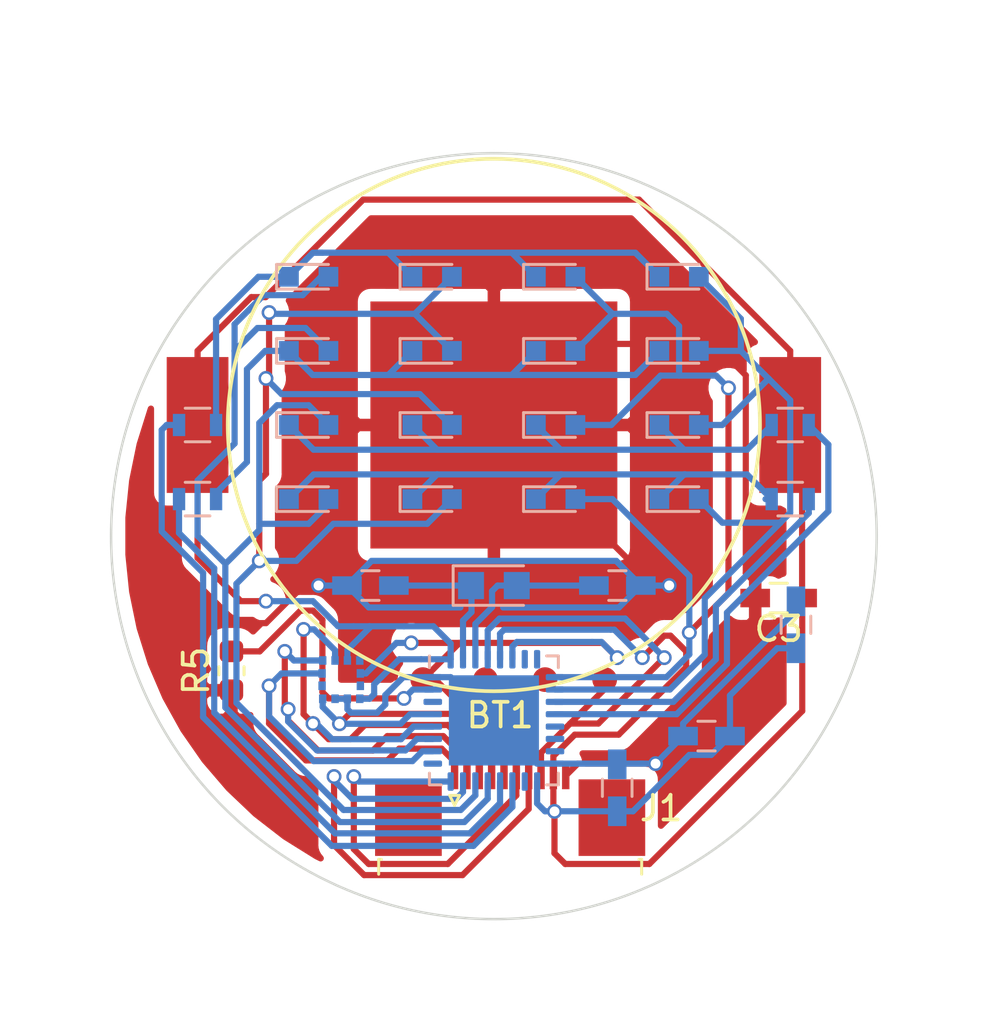
<source format=kicad_pcb>
(kicad_pcb (version 20171130) (host pcbnew 5.1.6)

  (general
    (thickness 1)
    (drawings 21)
    (tracks 456)
    (zones 0)
    (modules 36)
    (nets 37)
  )

  (page A4)
  (layers
    (0 F.Cu signal)
    (31 B.Cu signal)
    (32 B.Adhes user hide)
    (33 F.Adhes user hide)
    (34 B.Paste user hide)
    (35 F.Paste user hide)
    (36 B.SilkS user)
    (37 F.SilkS user)
    (38 B.Mask user hide)
    (39 F.Mask user hide)
    (40 Dwgs.User user)
    (41 Cmts.User user hide)
    (42 Eco1.User user hide)
    (43 Eco2.User user hide)
    (44 Edge.Cuts user)
    (45 Margin user hide)
    (46 B.CrtYd user)
    (47 F.CrtYd user hide)
    (48 B.Fab user)
    (49 F.Fab user hide)
  )

  (setup
    (last_trace_width 0.25)
    (trace_clearance 0.2)
    (zone_clearance 0.508)
    (zone_45_only no)
    (trace_min 0.2)
    (via_size 0.6)
    (via_drill 0.4)
    (via_min_size 0.4)
    (via_min_drill 0.3)
    (uvia_size 0.3)
    (uvia_drill 0.1)
    (uvias_allowed no)
    (uvia_min_size 0.2)
    (uvia_min_drill 0.1)
    (edge_width 0.1)
    (segment_width 0.2)
    (pcb_text_width 0.3)
    (pcb_text_size 1.5 1.5)
    (mod_edge_width 0.15)
    (mod_text_size 1 1)
    (mod_text_width 0.15)
    (pad_size 2.7 3.1)
    (pad_drill 0)
    (pad_to_mask_clearance 0)
    (aux_axis_origin 0 0)
    (visible_elements 7FFFFF7F)
    (pcbplotparams
      (layerselection 0x010f0_ffffffff)
      (usegerberextensions true)
      (usegerberattributes false)
      (usegerberadvancedattributes false)
      (creategerberjobfile false)
      (excludeedgelayer true)
      (linewidth 0.100000)
      (plotframeref false)
      (viasonmask false)
      (mode 1)
      (useauxorigin false)
      (hpglpennumber 1)
      (hpglpenspeed 20)
      (hpglpendiameter 15.000000)
      (psnegative false)
      (psa4output false)
      (plotreference true)
      (plotvalue true)
      (plotinvisibletext false)
      (padsonsilk false)
      (subtractmaskfromsilk false)
      (outputformat 1)
      (mirror false)
      (drillshape 0)
      (scaleselection 1)
      (outputdirectory "Gerber/"))
  )

  (net 0 "")
  (net 1 VCC)
  (net 2 GND)
  (net 3 "Net-(D1-Pad1)")
  (net 4 "Net-(D10-Pad1)")
  (net 5 "Net-(D11-Pad1)")
  (net 6 "Net-(D12-Pad1)")
  (net 7 MISO)
  (net 8 SCK)
  (net 9 RESET)
  (net 10 MOSI)
  (net 11 X2)
  (net 12 X1)
  (net 13 BMA_INT1)
  (net 14 BMA_INT2)
  (net 15 BMA_CS)
  (net 16 LSH10)
  (net 17 LSH01)
  (net 18 LSM10)
  (net 19 LSM01)
  (net 20 "Net-(IC1-Pad4)")
  (net 21 "Net-(IC1-Pad11)")
  (net 22 HS8)
  (net 23 HS4)
  (net 24 HS2)
  (net 25 HS1)
  (net 26 "Net-(U1-Pad7)")
  (net 27 "Net-(U1-Pad13)")
  (net 28 "Net-(U1-Pad14)")
  (net 29 "Net-(U1-Pad15)")
  (net 30 "Net-(U1-Pad18)")
  (net 31 SWDIO)
  (net 32 SWCLK)
  (net 33 "Net-(U1-Pad25)")
  (net 34 "Net-(U1-Pad30)")
  (net 35 BOOT)
  (net 36 "Net-(U1-Pad8)")

  (net_class Default "This is the default net class."
    (clearance 0.2)
    (trace_width 0.25)
    (via_dia 0.6)
    (via_drill 0.4)
    (uvia_dia 0.3)
    (uvia_drill 0.1)
    (add_net BOOT)
    (add_net GND)
    (add_net HS1)
    (add_net HS2)
    (add_net HS4)
    (add_net HS8)
    (add_net LSH01)
    (add_net LSH10)
    (add_net LSM01)
    (add_net LSM10)
    (add_net MOSI)
    (add_net "Net-(D1-Pad1)")
    (add_net "Net-(D10-Pad1)")
    (add_net "Net-(D11-Pad1)")
    (add_net "Net-(D12-Pad1)")
    (add_net "Net-(IC1-Pad11)")
    (add_net "Net-(IC1-Pad4)")
    (add_net "Net-(U1-Pad13)")
    (add_net "Net-(U1-Pad14)")
    (add_net "Net-(U1-Pad15)")
    (add_net "Net-(U1-Pad18)")
    (add_net "Net-(U1-Pad25)")
    (add_net "Net-(U1-Pad30)")
    (add_net "Net-(U1-Pad7)")
    (add_net "Net-(U1-Pad8)")
    (add_net RESET)
    (add_net SWCLK)
    (add_net SWDIO)
    (add_net X1)
  )

  (net_class edges ""
    (clearance 0.15)
    (trace_width 0.25)
    (via_dia 0.6)
    (via_drill 0.4)
    (uvia_dia 0.3)
    (uvia_drill 0.1)
    (add_net BMA_CS)
    (add_net BMA_INT1)
    (add_net BMA_INT2)
    (add_net MISO)
    (add_net SCK)
    (add_net VCC)
    (add_net X2)
  )

  (net_class unconnectedLGA ""
    (clearance 0.1)
    (trace_width 0.25)
    (via_dia 0.6)
    (via_drill 0.4)
    (uvia_dia 0.3)
    (uvia_drill 0.1)
  )

  (module ProjectSpecific:BMA456 (layer B.Cu) (tedit 5F11FE8F) (tstamp 5F1271BC)
    (at 131.318 106.807)
    (descr BMA456-3)
    (tags "Integrated Circuit")
    (path /5CCC08E4)
    (attr smd)
    (fp_text reference IC1 (at 0.25 2.975) (layer B.SilkS) hide
      (effects (font (size 1.27 1.27) (thickness 0.254)) (justify mirror))
    )
    (fp_text value BMA456 (at 0 0) (layer B.SilkS) hide
      (effects (font (size 1.27 1.27) (thickness 0.254)) (justify mirror))
    )
    (fp_line (start -1.6 -1.6) (end -1.6 1.6) (layer Dwgs.User) (width 0.1))
    (fp_line (start 1.6 -1.6) (end -1.6 -1.6) (layer Dwgs.User) (width 0.1))
    (fp_line (start 1.6 1.6) (end 1.6 -1.6) (layer Dwgs.User) (width 0.1))
    (fp_line (start -1.6 1.6) (end 1.6 1.6) (layer Dwgs.User) (width 0.1))
    (fp_line (start -1 -1) (end -1 1) (layer Dwgs.User) (width 0.2))
    (fp_line (start 1 -1) (end -1 -1) (layer Dwgs.User) (width 0.2))
    (fp_line (start 1 1) (end 1 -1) (layer Dwgs.User) (width 0.2))
    (fp_line (start -1 1) (end 1 1) (layer Dwgs.User) (width 0.2))
    (pad 12 smd rect (at -0.775 -0.25) (size 0.3 0.35) (layers B.Cu B.Paste B.Mask)
      (net 8 SCK))
    (pad 11 smd rect (at -0.775 0.25) (size 0.3 0.35) (layers B.Cu B.Paste B.Mask)
      (net 21 "Net-(IC1-Pad11)") (clearance 0.1))
    (pad 10 smd rect (at -0.75 0.775) (size 0.3 0.35) (layers B.Cu B.Paste B.Mask)
      (net 15 BMA_CS))
    (pad 9 smd rect (at -0.25 0.775) (size 0.3 0.35) (layers B.Cu B.Paste B.Mask)
      (net 2 GND))
    (pad 8 smd rect (at 0.25 0.775) (size 0.3 0.35) (layers B.Cu B.Paste B.Mask)
      (net 2 GND))
    (pad 7 smd rect (at 0.75 0.775) (size 0.3 0.35) (layers B.Cu B.Paste B.Mask)
      (net 1 VCC))
    (pad 6 smd rect (at 0.775 0.25) (size 0.3 0.35) (layers B.Cu B.Paste B.Mask)
      (net 14 BMA_INT2))
    (pad 5 smd rect (at 0.775 -0.25) (size 0.3 0.35) (layers B.Cu B.Paste B.Mask)
      (net 13 BMA_INT1))
    (pad 4 smd rect (at 0.75 -0.775) (size 0.3 0.35) (layers B.Cu B.Paste B.Mask)
      (net 20 "Net-(IC1-Pad4)") (clearance 0.1))
    (pad 3 smd rect (at 0.25 -0.775) (size 0.3 0.35) (layers B.Cu B.Paste B.Mask)
      (net 1 VCC))
    (pad 2 smd rect (at -0.25 -0.775) (size 0.3 0.35) (layers B.Cu B.Paste B.Mask)
      (net 10 MOSI))
    (pad 1 smd rect (at -0.75 -0.775) (size 0.3 0.35) (layers B.Cu B.Paste B.Mask)
      (net 7 MISO))
  )

  (module ProjectSpecific:BatteryHolderCR2032 (layer F.Cu) (tedit 5C028481) (tstamp 5B816F9F)
    (at 137.5 96.5)
    (path /5B54EA0A)
    (fp_text reference BT1 (at 0.25 11.75) (layer F.SilkS)
      (effects (font (size 1 1) (thickness 0.15)))
    )
    (fp_text value Battery_Cell (at 0 -12.7) (layer F.Fab)
      (effects (font (size 1 1) (thickness 0.15)))
    )
    (fp_circle (center 0 0) (end 7.62 -7.62) (layer F.SilkS) (width 0.15))
    (pad 1 smd rect (at 12 0) (size 2.5 5.5) (layers F.Cu F.Paste F.Mask)
      (net 1 VCC))
    (pad 1 smd rect (at -12 0) (size 2.5 5.5) (layers F.Cu F.Paste F.Mask)
      (net 1 VCC))
    (pad 2 smd rect (at 0 0) (size 10 10) (layers F.Cu F.Paste F.Mask)
      (net 2 GND))
  )

  (module Capacitors_SMD:C_0603_HandSoldering (layer B.Cu) (tedit 58AA848B) (tstamp 5B816FA5)
    (at 146.111 109.093 180)
    (descr "Capacitor SMD 0603, hand soldering")
    (tags "capacitor 0603")
    (path /5B5F5C0D)
    (attr smd)
    (fp_text reference C1 (at 0 1.25 180) (layer B.SilkS) hide
      (effects (font (size 1 1) (thickness 0.15)) (justify mirror))
    )
    (fp_text value C (at 0 -1.5 180) (layer B.Fab)
      (effects (font (size 1 1) (thickness 0.15)) (justify mirror))
    )
    (fp_line (start 1.8 -0.65) (end -1.8 -0.65) (layer B.CrtYd) (width 0.05))
    (fp_line (start 1.8 -0.65) (end 1.8 0.65) (layer B.CrtYd) (width 0.05))
    (fp_line (start -1.8 0.65) (end -1.8 -0.65) (layer B.CrtYd) (width 0.05))
    (fp_line (start -1.8 0.65) (end 1.8 0.65) (layer B.CrtYd) (width 0.05))
    (fp_line (start 0.35 -0.6) (end -0.35 -0.6) (layer B.SilkS) (width 0.12))
    (fp_line (start -0.35 0.6) (end 0.35 0.6) (layer B.SilkS) (width 0.12))
    (fp_line (start -0.8 0.4) (end 0.8 0.4) (layer B.Fab) (width 0.1))
    (fp_line (start 0.8 0.4) (end 0.8 -0.4) (layer B.Fab) (width 0.1))
    (fp_line (start 0.8 -0.4) (end -0.8 -0.4) (layer B.Fab) (width 0.1))
    (fp_line (start -0.8 -0.4) (end -0.8 0.4) (layer B.Fab) (width 0.1))
    (fp_text user %R (at 0 1.25 180) (layer B.Fab)
      (effects (font (size 1 1) (thickness 0.15)) (justify mirror))
    )
    (pad 1 smd rect (at -0.95 0 180) (size 1.2 0.75) (layers B.Cu B.Paste B.Mask)
      (net 1 VCC))
    (pad 2 smd rect (at 0.95 0 180) (size 1.2 0.75) (layers B.Cu B.Paste B.Mask)
      (net 2 GND))
    (model Capacitors_SMD.3dshapes/C_0603.wrl
      (at (xyz 0 0 0))
      (scale (xyz 1 1 1))
      (rotate (xyz 0 0 0))
    )
  )

  (module Capacitors_SMD:C_0603_HandSoldering (layer B.Cu) (tedit 58AA848B) (tstamp 5B816FAB)
    (at 142.494 111.186 90)
    (descr "Capacitor SMD 0603, hand soldering")
    (tags "capacitor 0603")
    (path /5B5F5B93)
    (attr smd)
    (fp_text reference C2 (at 0 1.25 270) (layer B.SilkS) hide
      (effects (font (size 1 1) (thickness 0.15)) (justify mirror))
    )
    (fp_text value C (at 0 -1.5 270) (layer B.Fab)
      (effects (font (size 1 1) (thickness 0.15)) (justify mirror))
    )
    (fp_line (start 1.8 -0.65) (end -1.8 -0.65) (layer B.CrtYd) (width 0.05))
    (fp_line (start 1.8 -0.65) (end 1.8 0.65) (layer B.CrtYd) (width 0.05))
    (fp_line (start -1.8 0.65) (end -1.8 -0.65) (layer B.CrtYd) (width 0.05))
    (fp_line (start -1.8 0.65) (end 1.8 0.65) (layer B.CrtYd) (width 0.05))
    (fp_line (start 0.35 -0.6) (end -0.35 -0.6) (layer B.SilkS) (width 0.12))
    (fp_line (start -0.35 0.6) (end 0.35 0.6) (layer B.SilkS) (width 0.12))
    (fp_line (start -0.8 0.4) (end 0.8 0.4) (layer B.Fab) (width 0.1))
    (fp_line (start 0.8 0.4) (end 0.8 -0.4) (layer B.Fab) (width 0.1))
    (fp_line (start 0.8 -0.4) (end -0.8 -0.4) (layer B.Fab) (width 0.1))
    (fp_line (start -0.8 -0.4) (end -0.8 0.4) (layer B.Fab) (width 0.1))
    (fp_text user %R (at 0 1.25 270) (layer B.Fab)
      (effects (font (size 1 1) (thickness 0.15)) (justify mirror))
    )
    (pad 1 smd rect (at -0.95 0 90) (size 1.2 0.75) (layers B.Cu B.Paste B.Mask)
      (net 1 VCC))
    (pad 2 smd rect (at 0.95 0 90) (size 1.2 0.75) (layers B.Cu B.Paste B.Mask)
      (net 2 GND))
    (model Capacitors_SMD.3dshapes/C_0603.wrl
      (at (xyz 0 0 0))
      (scale (xyz 1 1 1))
      (rotate (xyz 0 0 0))
    )
  )

  (module Capacitors_SMD:C_0603_HandSoldering (layer F.Cu) (tedit 58AA848B) (tstamp 5B816FB1)
    (at 149.032 103.505 180)
    (descr "Capacitor SMD 0603, hand soldering")
    (tags "capacitor 0603")
    (path /5B5F5B1C)
    (attr smd)
    (fp_text reference C3 (at 0 -1.25) (layer F.SilkS)
      (effects (font (size 1 1) (thickness 0.15)))
    )
    (fp_text value C (at 0 1.5) (layer F.Fab)
      (effects (font (size 1 1) (thickness 0.15)))
    )
    (fp_line (start 1.8 0.65) (end -1.8 0.65) (layer F.CrtYd) (width 0.05))
    (fp_line (start 1.8 0.65) (end 1.8 -0.65) (layer F.CrtYd) (width 0.05))
    (fp_line (start -1.8 -0.65) (end -1.8 0.65) (layer F.CrtYd) (width 0.05))
    (fp_line (start -1.8 -0.65) (end 1.8 -0.65) (layer F.CrtYd) (width 0.05))
    (fp_line (start 0.35 0.6) (end -0.35 0.6) (layer F.SilkS) (width 0.12))
    (fp_line (start -0.35 -0.6) (end 0.35 -0.6) (layer F.SilkS) (width 0.12))
    (fp_line (start -0.8 -0.4) (end 0.8 -0.4) (layer F.Fab) (width 0.1))
    (fp_line (start 0.8 -0.4) (end 0.8 0.4) (layer F.Fab) (width 0.1))
    (fp_line (start 0.8 0.4) (end -0.8 0.4) (layer F.Fab) (width 0.1))
    (fp_line (start -0.8 0.4) (end -0.8 -0.4) (layer F.Fab) (width 0.1))
    (fp_text user %R (at 0 -1.25) (layer F.Fab)
      (effects (font (size 1 1) (thickness 0.15)))
    )
    (pad 1 smd rect (at -0.95 0 180) (size 1.2 0.75) (layers F.Cu F.Paste F.Mask)
      (net 1 VCC))
    (pad 2 smd rect (at 0.95 0 180) (size 1.2 0.75) (layers F.Cu F.Paste F.Mask)
      (net 2 GND))
    (model Capacitors_SMD.3dshapes/C_0603.wrl
      (at (xyz 0 0 0))
      (scale (xyz 1 1 1))
      (rotate (xyz 0 0 0))
    )
  )

  (module Capacitors_SMD:C_0603_HandSoldering (layer B.Cu) (tedit 58AA848B) (tstamp 5B816FB7)
    (at 149.733 104.587 90)
    (descr "Capacitor SMD 0603, hand soldering")
    (tags "capacitor 0603")
    (path /5B5F5A97)
    (attr smd)
    (fp_text reference C4 (at 0 1.25 90) (layer B.SilkS) hide
      (effects (font (size 1 1) (thickness 0.15)) (justify mirror))
    )
    (fp_text value C (at 0 -1.5 90) (layer B.Fab)
      (effects (font (size 1 1) (thickness 0.15)) (justify mirror))
    )
    (fp_line (start 1.8 -0.65) (end -1.8 -0.65) (layer B.CrtYd) (width 0.05))
    (fp_line (start 1.8 -0.65) (end 1.8 0.65) (layer B.CrtYd) (width 0.05))
    (fp_line (start -1.8 0.65) (end -1.8 -0.65) (layer B.CrtYd) (width 0.05))
    (fp_line (start -1.8 0.65) (end 1.8 0.65) (layer B.CrtYd) (width 0.05))
    (fp_line (start 0.35 -0.6) (end -0.35 -0.6) (layer B.SilkS) (width 0.12))
    (fp_line (start -0.35 0.6) (end 0.35 0.6) (layer B.SilkS) (width 0.12))
    (fp_line (start -0.8 0.4) (end 0.8 0.4) (layer B.Fab) (width 0.1))
    (fp_line (start 0.8 0.4) (end 0.8 -0.4) (layer B.Fab) (width 0.1))
    (fp_line (start 0.8 -0.4) (end -0.8 -0.4) (layer B.Fab) (width 0.1))
    (fp_line (start -0.8 -0.4) (end -0.8 0.4) (layer B.Fab) (width 0.1))
    (fp_text user %R (at 0 1.25 90) (layer B.Fab)
      (effects (font (size 1 1) (thickness 0.15)) (justify mirror))
    )
    (pad 1 smd rect (at -0.95 0 90) (size 1.2 0.75) (layers B.Cu B.Paste B.Mask)
      (net 1 VCC))
    (pad 2 smd rect (at 0.95 0 90) (size 1.2 0.75) (layers B.Cu B.Paste B.Mask)
      (net 2 GND))
    (model Capacitors_SMD.3dshapes/C_0603.wrl
      (at (xyz 0 0 0))
      (scale (xyz 1 1 1))
      (rotate (xyz 0 0 0))
    )
  )

  (module Capacitors_SMD:C_0603_HandSoldering (layer B.Cu) (tedit 5B819013) (tstamp 5B816FBD)
    (at 142.5 103)
    (descr "Capacitor SMD 0603, hand soldering")
    (tags "capacitor 0603")
    (path /5B816C43)
    (attr smd)
    (fp_text reference C5 (at 0 1.25) (layer B.SilkS) hide
      (effects (font (size 1 1) (thickness 0.15)) (justify mirror))
    )
    (fp_text value C (at 0 -1.5) (layer B.Fab)
      (effects (font (size 1 1) (thickness 0.15)) (justify mirror))
    )
    (fp_line (start 1.8 -0.65) (end -1.8 -0.65) (layer B.CrtYd) (width 0.05))
    (fp_line (start 1.8 -0.65) (end 1.8 0.65) (layer B.CrtYd) (width 0.05))
    (fp_line (start -1.8 0.65) (end -1.8 -0.65) (layer B.CrtYd) (width 0.05))
    (fp_line (start -1.8 0.65) (end 1.8 0.65) (layer B.CrtYd) (width 0.05))
    (fp_line (start 0.35 -0.6) (end -0.35 -0.6) (layer B.SilkS) (width 0.12))
    (fp_line (start -0.35 0.6) (end 0.35 0.6) (layer B.SilkS) (width 0.12))
    (fp_line (start -0.8 0.4) (end 0.8 0.4) (layer B.Fab) (width 0.1))
    (fp_line (start 0.8 0.4) (end 0.8 -0.4) (layer B.Fab) (width 0.1))
    (fp_line (start 0.8 -0.4) (end -0.8 -0.4) (layer B.Fab) (width 0.1))
    (fp_line (start -0.8 -0.4) (end -0.8 0.4) (layer B.Fab) (width 0.1))
    (fp_text user %R (at 0 1.25) (layer B.Fab)
      (effects (font (size 1 1) (thickness 0.15)) (justify mirror))
    )
    (pad 1 smd rect (at -0.95 0) (size 1.2 0.75) (layers B.Cu B.Paste B.Mask)
      (net 11 X2))
    (pad 2 smd rect (at 0.95 0) (size 1.2 0.75) (layers B.Cu B.Paste B.Mask)
      (net 2 GND))
    (model Capacitors_SMD.3dshapes/C_0603.wrl
      (at (xyz 0 0 0))
      (scale (xyz 1 1 1))
      (rotate (xyz 0 0 0))
    )
  )

  (module Capacitors_SMD:C_0603_HandSoldering (layer B.Cu) (tedit 5B818FDB) (tstamp 5B816FC3)
    (at 132.5 103 180)
    (descr "Capacitor SMD 0603, hand soldering")
    (tags "capacitor 0603")
    (path /5B816CDF)
    (attr smd)
    (fp_text reference C6 (at 0 1.25 180) (layer B.SilkS) hide
      (effects (font (size 1 1) (thickness 0.15)) (justify mirror))
    )
    (fp_text value C (at 0 -1.5 180) (layer B.Fab)
      (effects (font (size 1 1) (thickness 0.15)) (justify mirror))
    )
    (fp_line (start 1.8 -0.65) (end -1.8 -0.65) (layer B.CrtYd) (width 0.05))
    (fp_line (start 1.8 -0.65) (end 1.8 0.65) (layer B.CrtYd) (width 0.05))
    (fp_line (start -1.8 0.65) (end -1.8 -0.65) (layer B.CrtYd) (width 0.05))
    (fp_line (start -1.8 0.65) (end 1.8 0.65) (layer B.CrtYd) (width 0.05))
    (fp_line (start 0.35 -0.6) (end -0.35 -0.6) (layer B.SilkS) (width 0.12))
    (fp_line (start -0.35 0.6) (end 0.35 0.6) (layer B.SilkS) (width 0.12))
    (fp_line (start -0.8 0.4) (end 0.8 0.4) (layer B.Fab) (width 0.1))
    (fp_line (start 0.8 0.4) (end 0.8 -0.4) (layer B.Fab) (width 0.1))
    (fp_line (start 0.8 -0.4) (end -0.8 -0.4) (layer B.Fab) (width 0.1))
    (fp_line (start -0.8 -0.4) (end -0.8 0.4) (layer B.Fab) (width 0.1))
    (fp_text user %R (at 0 1.25 180) (layer B.Fab)
      (effects (font (size 1 1) (thickness 0.15)) (justify mirror))
    )
    (pad 1 smd rect (at -0.95 0 180) (size 1.2 0.75) (layers B.Cu B.Paste B.Mask)
      (net 12 X1))
    (pad 2 smd rect (at 0.95 0 180) (size 1.2 0.75) (layers B.Cu B.Paste B.Mask)
      (net 2 GND))
    (model Capacitors_SMD.3dshapes/C_0603.wrl
      (at (xyz 0 0 0))
      (scale (xyz 1 1 1))
      (rotate (xyz 0 0 0))
    )
  )

  (module LEDs:LED_0603 (layer B.Cu) (tedit 5B819004) (tstamp 5B816FC9)
    (at 145 90.5)
    (descr "LED 0603 smd package")
    (tags "LED led 0603 SMD smd SMT smt smdled SMDLED smtled SMTLED")
    (path /5B54D5AD)
    (attr smd)
    (fp_text reference D1 (at 0 1.25) (layer B.SilkS) hide
      (effects (font (size 1 1) (thickness 0.15)) (justify mirror))
    )
    (fp_text value LED (at 0 -1.35) (layer B.Fab)
      (effects (font (size 1 1) (thickness 0.15)) (justify mirror))
    )
    (fp_line (start -1.45 0.65) (end 1.45 0.65) (layer B.CrtYd) (width 0.05))
    (fp_line (start -1.45 -0.65) (end -1.45 0.65) (layer B.CrtYd) (width 0.05))
    (fp_line (start 1.45 -0.65) (end -1.45 -0.65) (layer B.CrtYd) (width 0.05))
    (fp_line (start 1.45 0.65) (end 1.45 -0.65) (layer B.CrtYd) (width 0.05))
    (fp_line (start -1.3 0.5) (end 0.8 0.5) (layer B.SilkS) (width 0.12))
    (fp_line (start -1.3 -0.5) (end 0.8 -0.5) (layer B.SilkS) (width 0.12))
    (fp_line (start -0.8 -0.4) (end -0.8 0.4) (layer B.Fab) (width 0.1))
    (fp_line (start -0.8 0.4) (end 0.8 0.4) (layer B.Fab) (width 0.1))
    (fp_line (start 0.8 0.4) (end 0.8 -0.4) (layer B.Fab) (width 0.1))
    (fp_line (start 0.8 -0.4) (end -0.8 -0.4) (layer B.Fab) (width 0.1))
    (fp_line (start 0.15 0.2) (end 0.15 -0.2) (layer B.Fab) (width 0.1))
    (fp_line (start 0.15 -0.2) (end -0.15 0) (layer B.Fab) (width 0.1))
    (fp_line (start -0.15 0) (end 0.15 0.2) (layer B.Fab) (width 0.1))
    (fp_line (start -0.2 0.2) (end -0.2 -0.2) (layer B.Fab) (width 0.1))
    (fp_line (start -1.3 0.5) (end -1.3 -0.5) (layer B.SilkS) (width 0.12))
    (pad 2 smd rect (at 0.8 0 180) (size 0.8 0.8) (layers B.Cu B.Paste B.Mask)
      (net 16 LSH10))
    (pad 1 smd rect (at -0.8 0 180) (size 0.8 0.8) (layers B.Cu B.Paste B.Mask)
      (net 3 "Net-(D1-Pad1)"))
    (model ${KISYS3DMOD}/LEDs.3dshapes/LED_0603.wrl
      (at (xyz 0 0 0))
      (scale (xyz 1 1 1))
      (rotate (xyz 0 0 180))
    )
  )

  (module LEDs:LED_0603 (layer B.Cu) (tedit 5B819001) (tstamp 5B816FCF)
    (at 145 93.5)
    (descr "LED 0603 smd package")
    (tags "LED led 0603 SMD smd SMT smt smdled SMDLED smtled SMTLED")
    (path /5B54D556)
    (attr smd)
    (fp_text reference D2 (at 0 1.25) (layer B.SilkS) hide
      (effects (font (size 1 1) (thickness 0.15)) (justify mirror))
    )
    (fp_text value LED (at 0 -1.35) (layer B.Fab)
      (effects (font (size 1 1) (thickness 0.15)) (justify mirror))
    )
    (fp_line (start -1.45 0.65) (end 1.45 0.65) (layer B.CrtYd) (width 0.05))
    (fp_line (start -1.45 -0.65) (end -1.45 0.65) (layer B.CrtYd) (width 0.05))
    (fp_line (start 1.45 -0.65) (end -1.45 -0.65) (layer B.CrtYd) (width 0.05))
    (fp_line (start 1.45 0.65) (end 1.45 -0.65) (layer B.CrtYd) (width 0.05))
    (fp_line (start -1.3 0.5) (end 0.8 0.5) (layer B.SilkS) (width 0.12))
    (fp_line (start -1.3 -0.5) (end 0.8 -0.5) (layer B.SilkS) (width 0.12))
    (fp_line (start -0.8 -0.4) (end -0.8 0.4) (layer B.Fab) (width 0.1))
    (fp_line (start -0.8 0.4) (end 0.8 0.4) (layer B.Fab) (width 0.1))
    (fp_line (start 0.8 0.4) (end 0.8 -0.4) (layer B.Fab) (width 0.1))
    (fp_line (start 0.8 -0.4) (end -0.8 -0.4) (layer B.Fab) (width 0.1))
    (fp_line (start 0.15 0.2) (end 0.15 -0.2) (layer B.Fab) (width 0.1))
    (fp_line (start 0.15 -0.2) (end -0.15 0) (layer B.Fab) (width 0.1))
    (fp_line (start -0.15 0) (end 0.15 0.2) (layer B.Fab) (width 0.1))
    (fp_line (start -0.2 0.2) (end -0.2 -0.2) (layer B.Fab) (width 0.1))
    (fp_line (start -1.3 0.5) (end -1.3 -0.5) (layer B.SilkS) (width 0.12))
    (pad 2 smd rect (at 0.8 0 180) (size 0.8 0.8) (layers B.Cu B.Paste B.Mask)
      (net 16 LSH10))
    (pad 1 smd rect (at -0.8 0 180) (size 0.8 0.8) (layers B.Cu B.Paste B.Mask)
      (net 4 "Net-(D10-Pad1)"))
    (model ${KISYS3DMOD}/LEDs.3dshapes/LED_0603.wrl
      (at (xyz 0 0 0))
      (scale (xyz 1 1 1))
      (rotate (xyz 0 0 180))
    )
  )

  (module LEDs:LED_0603 (layer B.Cu) (tedit 5B818FFD) (tstamp 5B816FD5)
    (at 145 96.5)
    (descr "LED 0603 smd package")
    (tags "LED led 0603 SMD smd SMT smt smdled SMDLED smtled SMTLED")
    (path /5B52384D)
    (attr smd)
    (fp_text reference D3 (at 0 1.25) (layer B.SilkS) hide
      (effects (font (size 1 1) (thickness 0.15)) (justify mirror))
    )
    (fp_text value LED (at 0 -1.35) (layer B.Fab)
      (effects (font (size 1 1) (thickness 0.15)) (justify mirror))
    )
    (fp_line (start -1.45 0.65) (end 1.45 0.65) (layer B.CrtYd) (width 0.05))
    (fp_line (start -1.45 -0.65) (end -1.45 0.65) (layer B.CrtYd) (width 0.05))
    (fp_line (start 1.45 -0.65) (end -1.45 -0.65) (layer B.CrtYd) (width 0.05))
    (fp_line (start 1.45 0.65) (end 1.45 -0.65) (layer B.CrtYd) (width 0.05))
    (fp_line (start -1.3 0.5) (end 0.8 0.5) (layer B.SilkS) (width 0.12))
    (fp_line (start -1.3 -0.5) (end 0.8 -0.5) (layer B.SilkS) (width 0.12))
    (fp_line (start -0.8 -0.4) (end -0.8 0.4) (layer B.Fab) (width 0.1))
    (fp_line (start -0.8 0.4) (end 0.8 0.4) (layer B.Fab) (width 0.1))
    (fp_line (start 0.8 0.4) (end 0.8 -0.4) (layer B.Fab) (width 0.1))
    (fp_line (start 0.8 -0.4) (end -0.8 -0.4) (layer B.Fab) (width 0.1))
    (fp_line (start 0.15 0.2) (end 0.15 -0.2) (layer B.Fab) (width 0.1))
    (fp_line (start 0.15 -0.2) (end -0.15 0) (layer B.Fab) (width 0.1))
    (fp_line (start -0.15 0) (end 0.15 0.2) (layer B.Fab) (width 0.1))
    (fp_line (start -0.2 0.2) (end -0.2 -0.2) (layer B.Fab) (width 0.1))
    (fp_line (start -1.3 0.5) (end -1.3 -0.5) (layer B.SilkS) (width 0.12))
    (pad 2 smd rect (at 0.8 0 180) (size 0.8 0.8) (layers B.Cu B.Paste B.Mask)
      (net 16 LSH10))
    (pad 1 smd rect (at -0.8 0 180) (size 0.8 0.8) (layers B.Cu B.Paste B.Mask)
      (net 5 "Net-(D11-Pad1)"))
    (model ${KISYS3DMOD}/LEDs.3dshapes/LED_0603.wrl
      (at (xyz 0 0 0))
      (scale (xyz 1 1 1))
      (rotate (xyz 0 0 180))
    )
  )

  (module LEDs:LED_0603 (layer B.Cu) (tedit 5B818FFA) (tstamp 5B816FDB)
    (at 145 99.5)
    (descr "LED 0603 smd package")
    (tags "LED led 0603 SMD smd SMT smt smdled SMDLED smtled SMTLED")
    (path /5B52393E)
    (attr smd)
    (fp_text reference D4 (at 0 1.25) (layer B.SilkS) hide
      (effects (font (size 1 1) (thickness 0.15)) (justify mirror))
    )
    (fp_text value LED (at 0 -1.35) (layer B.Fab)
      (effects (font (size 1 1) (thickness 0.15)) (justify mirror))
    )
    (fp_line (start -1.45 0.65) (end 1.45 0.65) (layer B.CrtYd) (width 0.05))
    (fp_line (start -1.45 -0.65) (end -1.45 0.65) (layer B.CrtYd) (width 0.05))
    (fp_line (start 1.45 -0.65) (end -1.45 -0.65) (layer B.CrtYd) (width 0.05))
    (fp_line (start 1.45 0.65) (end 1.45 -0.65) (layer B.CrtYd) (width 0.05))
    (fp_line (start -1.3 0.5) (end 0.8 0.5) (layer B.SilkS) (width 0.12))
    (fp_line (start -1.3 -0.5) (end 0.8 -0.5) (layer B.SilkS) (width 0.12))
    (fp_line (start -0.8 -0.4) (end -0.8 0.4) (layer B.Fab) (width 0.1))
    (fp_line (start -0.8 0.4) (end 0.8 0.4) (layer B.Fab) (width 0.1))
    (fp_line (start 0.8 0.4) (end 0.8 -0.4) (layer B.Fab) (width 0.1))
    (fp_line (start 0.8 -0.4) (end -0.8 -0.4) (layer B.Fab) (width 0.1))
    (fp_line (start 0.15 0.2) (end 0.15 -0.2) (layer B.Fab) (width 0.1))
    (fp_line (start 0.15 -0.2) (end -0.15 0) (layer B.Fab) (width 0.1))
    (fp_line (start -0.15 0) (end 0.15 0.2) (layer B.Fab) (width 0.1))
    (fp_line (start -0.2 0.2) (end -0.2 -0.2) (layer B.Fab) (width 0.1))
    (fp_line (start -1.3 0.5) (end -1.3 -0.5) (layer B.SilkS) (width 0.12))
    (pad 2 smd rect (at 0.8 0 180) (size 0.8 0.8) (layers B.Cu B.Paste B.Mask)
      (net 16 LSH10))
    (pad 1 smd rect (at -0.8 0 180) (size 0.8 0.8) (layers B.Cu B.Paste B.Mask)
      (net 6 "Net-(D12-Pad1)"))
    (model ${KISYS3DMOD}/LEDs.3dshapes/LED_0603.wrl
      (at (xyz 0 0 0))
      (scale (xyz 1 1 1))
      (rotate (xyz 0 0 180))
    )
  )

  (module LEDs:LED_0603 (layer B.Cu) (tedit 5B818FED) (tstamp 5B816FE1)
    (at 140 90.5)
    (descr "LED 0603 smd package")
    (tags "LED led 0603 SMD smd SMT smt smdled SMDLED smtled SMTLED")
    (path /5B524335)
    (attr smd)
    (fp_text reference D5 (at 0 1.25) (layer B.SilkS) hide
      (effects (font (size 1 1) (thickness 0.15)) (justify mirror))
    )
    (fp_text value LED (at 0 -1.35) (layer B.Fab)
      (effects (font (size 1 1) (thickness 0.15)) (justify mirror))
    )
    (fp_line (start -1.45 0.65) (end 1.45 0.65) (layer B.CrtYd) (width 0.05))
    (fp_line (start -1.45 -0.65) (end -1.45 0.65) (layer B.CrtYd) (width 0.05))
    (fp_line (start 1.45 -0.65) (end -1.45 -0.65) (layer B.CrtYd) (width 0.05))
    (fp_line (start 1.45 0.65) (end 1.45 -0.65) (layer B.CrtYd) (width 0.05))
    (fp_line (start -1.3 0.5) (end 0.8 0.5) (layer B.SilkS) (width 0.12))
    (fp_line (start -1.3 -0.5) (end 0.8 -0.5) (layer B.SilkS) (width 0.12))
    (fp_line (start -0.8 -0.4) (end -0.8 0.4) (layer B.Fab) (width 0.1))
    (fp_line (start -0.8 0.4) (end 0.8 0.4) (layer B.Fab) (width 0.1))
    (fp_line (start 0.8 0.4) (end 0.8 -0.4) (layer B.Fab) (width 0.1))
    (fp_line (start 0.8 -0.4) (end -0.8 -0.4) (layer B.Fab) (width 0.1))
    (fp_line (start 0.15 0.2) (end 0.15 -0.2) (layer B.Fab) (width 0.1))
    (fp_line (start 0.15 -0.2) (end -0.15 0) (layer B.Fab) (width 0.1))
    (fp_line (start -0.15 0) (end 0.15 0.2) (layer B.Fab) (width 0.1))
    (fp_line (start -0.2 0.2) (end -0.2 -0.2) (layer B.Fab) (width 0.1))
    (fp_line (start -1.3 0.5) (end -1.3 -0.5) (layer B.SilkS) (width 0.12))
    (pad 2 smd rect (at 0.8 0 180) (size 0.8 0.8) (layers B.Cu B.Paste B.Mask)
      (net 17 LSH01))
    (pad 1 smd rect (at -0.8 0 180) (size 0.8 0.8) (layers B.Cu B.Paste B.Mask)
      (net 3 "Net-(D1-Pad1)"))
    (model ${KISYS3DMOD}/LEDs.3dshapes/LED_0603.wrl
      (at (xyz 0 0 0))
      (scale (xyz 1 1 1))
      (rotate (xyz 0 0 180))
    )
  )

  (module LEDs:LED_0603 (layer B.Cu) (tedit 5B818FF0) (tstamp 5B816FE7)
    (at 140 93.5)
    (descr "LED 0603 smd package")
    (tags "LED led 0603 SMD smd SMT smt smdled SMDLED smtled SMTLED")
    (path /5B523CC0)
    (attr smd)
    (fp_text reference D6 (at 0 1.25) (layer B.SilkS) hide
      (effects (font (size 1 1) (thickness 0.15)) (justify mirror))
    )
    (fp_text value LED (at 0 -1.35) (layer B.Fab)
      (effects (font (size 1 1) (thickness 0.15)) (justify mirror))
    )
    (fp_line (start -1.45 0.65) (end 1.45 0.65) (layer B.CrtYd) (width 0.05))
    (fp_line (start -1.45 -0.65) (end -1.45 0.65) (layer B.CrtYd) (width 0.05))
    (fp_line (start 1.45 -0.65) (end -1.45 -0.65) (layer B.CrtYd) (width 0.05))
    (fp_line (start 1.45 0.65) (end 1.45 -0.65) (layer B.CrtYd) (width 0.05))
    (fp_line (start -1.3 0.5) (end 0.8 0.5) (layer B.SilkS) (width 0.12))
    (fp_line (start -1.3 -0.5) (end 0.8 -0.5) (layer B.SilkS) (width 0.12))
    (fp_line (start -0.8 -0.4) (end -0.8 0.4) (layer B.Fab) (width 0.1))
    (fp_line (start -0.8 0.4) (end 0.8 0.4) (layer B.Fab) (width 0.1))
    (fp_line (start 0.8 0.4) (end 0.8 -0.4) (layer B.Fab) (width 0.1))
    (fp_line (start 0.8 -0.4) (end -0.8 -0.4) (layer B.Fab) (width 0.1))
    (fp_line (start 0.15 0.2) (end 0.15 -0.2) (layer B.Fab) (width 0.1))
    (fp_line (start 0.15 -0.2) (end -0.15 0) (layer B.Fab) (width 0.1))
    (fp_line (start -0.15 0) (end 0.15 0.2) (layer B.Fab) (width 0.1))
    (fp_line (start -0.2 0.2) (end -0.2 -0.2) (layer B.Fab) (width 0.1))
    (fp_line (start -1.3 0.5) (end -1.3 -0.5) (layer B.SilkS) (width 0.12))
    (pad 2 smd rect (at 0.8 0 180) (size 0.8 0.8) (layers B.Cu B.Paste B.Mask)
      (net 17 LSH01))
    (pad 1 smd rect (at -0.8 0 180) (size 0.8 0.8) (layers B.Cu B.Paste B.Mask)
      (net 4 "Net-(D10-Pad1)"))
    (model ${KISYS3DMOD}/LEDs.3dshapes/LED_0603.wrl
      (at (xyz 0 0 0))
      (scale (xyz 1 1 1))
      (rotate (xyz 0 0 180))
    )
  )

  (module LEDs:LED_0603 (layer B.Cu) (tedit 5B818FF3) (tstamp 5B816FED)
    (at 140 96.5)
    (descr "LED 0603 smd package")
    (tags "LED led 0603 SMD smd SMT smt smdled SMDLED smtled SMTLED")
    (path /5B523B46)
    (attr smd)
    (fp_text reference D7 (at 0 1.25) (layer B.SilkS) hide
      (effects (font (size 1 1) (thickness 0.15)) (justify mirror))
    )
    (fp_text value LED (at 0 -1.35) (layer B.Fab)
      (effects (font (size 1 1) (thickness 0.15)) (justify mirror))
    )
    (fp_line (start -1.45 0.65) (end 1.45 0.65) (layer B.CrtYd) (width 0.05))
    (fp_line (start -1.45 -0.65) (end -1.45 0.65) (layer B.CrtYd) (width 0.05))
    (fp_line (start 1.45 -0.65) (end -1.45 -0.65) (layer B.CrtYd) (width 0.05))
    (fp_line (start 1.45 0.65) (end 1.45 -0.65) (layer B.CrtYd) (width 0.05))
    (fp_line (start -1.3 0.5) (end 0.8 0.5) (layer B.SilkS) (width 0.12))
    (fp_line (start -1.3 -0.5) (end 0.8 -0.5) (layer B.SilkS) (width 0.12))
    (fp_line (start -0.8 -0.4) (end -0.8 0.4) (layer B.Fab) (width 0.1))
    (fp_line (start -0.8 0.4) (end 0.8 0.4) (layer B.Fab) (width 0.1))
    (fp_line (start 0.8 0.4) (end 0.8 -0.4) (layer B.Fab) (width 0.1))
    (fp_line (start 0.8 -0.4) (end -0.8 -0.4) (layer B.Fab) (width 0.1))
    (fp_line (start 0.15 0.2) (end 0.15 -0.2) (layer B.Fab) (width 0.1))
    (fp_line (start 0.15 -0.2) (end -0.15 0) (layer B.Fab) (width 0.1))
    (fp_line (start -0.15 0) (end 0.15 0.2) (layer B.Fab) (width 0.1))
    (fp_line (start -0.2 0.2) (end -0.2 -0.2) (layer B.Fab) (width 0.1))
    (fp_line (start -1.3 0.5) (end -1.3 -0.5) (layer B.SilkS) (width 0.12))
    (pad 2 smd rect (at 0.8 0 180) (size 0.8 0.8) (layers B.Cu B.Paste B.Mask)
      (net 17 LSH01))
    (pad 1 smd rect (at -0.8 0 180) (size 0.8 0.8) (layers B.Cu B.Paste B.Mask)
      (net 5 "Net-(D11-Pad1)"))
    (model ${KISYS3DMOD}/LEDs.3dshapes/LED_0603.wrl
      (at (xyz 0 0 0))
      (scale (xyz 1 1 1))
      (rotate (xyz 0 0 180))
    )
  )

  (module LEDs:LED_0603 (layer B.Cu) (tedit 5B818FF6) (tstamp 5B816FF3)
    (at 140 99.5)
    (descr "LED 0603 smd package")
    (tags "LED led 0603 SMD smd SMT smt smdled SMDLED smtled SMTLED")
    (path /5B5239F0)
    (attr smd)
    (fp_text reference D8 (at 0 1.25) (layer B.SilkS) hide
      (effects (font (size 1 1) (thickness 0.15)) (justify mirror))
    )
    (fp_text value LED (at 0 -1.35) (layer B.Fab)
      (effects (font (size 1 1) (thickness 0.15)) (justify mirror))
    )
    (fp_line (start -1.45 0.65) (end 1.45 0.65) (layer B.CrtYd) (width 0.05))
    (fp_line (start -1.45 -0.65) (end -1.45 0.65) (layer B.CrtYd) (width 0.05))
    (fp_line (start 1.45 -0.65) (end -1.45 -0.65) (layer B.CrtYd) (width 0.05))
    (fp_line (start 1.45 0.65) (end 1.45 -0.65) (layer B.CrtYd) (width 0.05))
    (fp_line (start -1.3 0.5) (end 0.8 0.5) (layer B.SilkS) (width 0.12))
    (fp_line (start -1.3 -0.5) (end 0.8 -0.5) (layer B.SilkS) (width 0.12))
    (fp_line (start -0.8 -0.4) (end -0.8 0.4) (layer B.Fab) (width 0.1))
    (fp_line (start -0.8 0.4) (end 0.8 0.4) (layer B.Fab) (width 0.1))
    (fp_line (start 0.8 0.4) (end 0.8 -0.4) (layer B.Fab) (width 0.1))
    (fp_line (start 0.8 -0.4) (end -0.8 -0.4) (layer B.Fab) (width 0.1))
    (fp_line (start 0.15 0.2) (end 0.15 -0.2) (layer B.Fab) (width 0.1))
    (fp_line (start 0.15 -0.2) (end -0.15 0) (layer B.Fab) (width 0.1))
    (fp_line (start -0.15 0) (end 0.15 0.2) (layer B.Fab) (width 0.1))
    (fp_line (start -0.2 0.2) (end -0.2 -0.2) (layer B.Fab) (width 0.1))
    (fp_line (start -1.3 0.5) (end -1.3 -0.5) (layer B.SilkS) (width 0.12))
    (pad 2 smd rect (at 0.8 0 180) (size 0.8 0.8) (layers B.Cu B.Paste B.Mask)
      (net 17 LSH01))
    (pad 1 smd rect (at -0.8 0 180) (size 0.8 0.8) (layers B.Cu B.Paste B.Mask)
      (net 6 "Net-(D12-Pad1)"))
    (model ${KISYS3DMOD}/LEDs.3dshapes/LED_0603.wrl
      (at (xyz 0 0 0))
      (scale (xyz 1 1 1))
      (rotate (xyz 0 0 180))
    )
  )

  (module LEDs:LED_0603 (layer B.Cu) (tedit 5B818FE7) (tstamp 5B816FF9)
    (at 135 90.5)
    (descr "LED 0603 smd package")
    (tags "LED led 0603 SMD smd SMT smt smdled SMDLED smtled SMTLED")
    (path /5B54D60B)
    (attr smd)
    (fp_text reference D9 (at 0 1.25) (layer B.SilkS) hide
      (effects (font (size 1 1) (thickness 0.15)) (justify mirror))
    )
    (fp_text value LED (at 0 -1.35) (layer B.Fab)
      (effects (font (size 1 1) (thickness 0.15)) (justify mirror))
    )
    (fp_line (start -1.45 0.65) (end 1.45 0.65) (layer B.CrtYd) (width 0.05))
    (fp_line (start -1.45 -0.65) (end -1.45 0.65) (layer B.CrtYd) (width 0.05))
    (fp_line (start 1.45 -0.65) (end -1.45 -0.65) (layer B.CrtYd) (width 0.05))
    (fp_line (start 1.45 0.65) (end 1.45 -0.65) (layer B.CrtYd) (width 0.05))
    (fp_line (start -1.3 0.5) (end 0.8 0.5) (layer B.SilkS) (width 0.12))
    (fp_line (start -1.3 -0.5) (end 0.8 -0.5) (layer B.SilkS) (width 0.12))
    (fp_line (start -0.8 -0.4) (end -0.8 0.4) (layer B.Fab) (width 0.1))
    (fp_line (start -0.8 0.4) (end 0.8 0.4) (layer B.Fab) (width 0.1))
    (fp_line (start 0.8 0.4) (end 0.8 -0.4) (layer B.Fab) (width 0.1))
    (fp_line (start 0.8 -0.4) (end -0.8 -0.4) (layer B.Fab) (width 0.1))
    (fp_line (start 0.15 0.2) (end 0.15 -0.2) (layer B.Fab) (width 0.1))
    (fp_line (start 0.15 -0.2) (end -0.15 0) (layer B.Fab) (width 0.1))
    (fp_line (start -0.15 0) (end 0.15 0.2) (layer B.Fab) (width 0.1))
    (fp_line (start -0.2 0.2) (end -0.2 -0.2) (layer B.Fab) (width 0.1))
    (fp_line (start -1.3 0.5) (end -1.3 -0.5) (layer B.SilkS) (width 0.12))
    (pad 2 smd rect (at 0.8 0 180) (size 0.8 0.8) (layers B.Cu B.Paste B.Mask)
      (net 18 LSM10))
    (pad 1 smd rect (at -0.8 0 180) (size 0.8 0.8) (layers B.Cu B.Paste B.Mask)
      (net 3 "Net-(D1-Pad1)"))
    (model ${KISYS3DMOD}/LEDs.3dshapes/LED_0603.wrl
      (at (xyz 0 0 0))
      (scale (xyz 1 1 1))
      (rotate (xyz 0 0 180))
    )
  )

  (module LEDs:LED_0603 (layer B.Cu) (tedit 5B818FE4) (tstamp 5B816FFF)
    (at 135 93.5)
    (descr "LED 0603 smd package")
    (tags "LED led 0603 SMD smd SMT smt smdled SMDLED smtled SMTLED")
    (path /5B5254B0)
    (attr smd)
    (fp_text reference D10 (at 0 1.25) (layer B.SilkS) hide
      (effects (font (size 1 1) (thickness 0.15)) (justify mirror))
    )
    (fp_text value LED (at 0 -1.35) (layer B.Fab)
      (effects (font (size 1 1) (thickness 0.15)) (justify mirror))
    )
    (fp_line (start -1.45 0.65) (end 1.45 0.65) (layer B.CrtYd) (width 0.05))
    (fp_line (start -1.45 -0.65) (end -1.45 0.65) (layer B.CrtYd) (width 0.05))
    (fp_line (start 1.45 -0.65) (end -1.45 -0.65) (layer B.CrtYd) (width 0.05))
    (fp_line (start 1.45 0.65) (end 1.45 -0.65) (layer B.CrtYd) (width 0.05))
    (fp_line (start -1.3 0.5) (end 0.8 0.5) (layer B.SilkS) (width 0.12))
    (fp_line (start -1.3 -0.5) (end 0.8 -0.5) (layer B.SilkS) (width 0.12))
    (fp_line (start -0.8 -0.4) (end -0.8 0.4) (layer B.Fab) (width 0.1))
    (fp_line (start -0.8 0.4) (end 0.8 0.4) (layer B.Fab) (width 0.1))
    (fp_line (start 0.8 0.4) (end 0.8 -0.4) (layer B.Fab) (width 0.1))
    (fp_line (start 0.8 -0.4) (end -0.8 -0.4) (layer B.Fab) (width 0.1))
    (fp_line (start 0.15 0.2) (end 0.15 -0.2) (layer B.Fab) (width 0.1))
    (fp_line (start 0.15 -0.2) (end -0.15 0) (layer B.Fab) (width 0.1))
    (fp_line (start -0.15 0) (end 0.15 0.2) (layer B.Fab) (width 0.1))
    (fp_line (start -0.2 0.2) (end -0.2 -0.2) (layer B.Fab) (width 0.1))
    (fp_line (start -1.3 0.5) (end -1.3 -0.5) (layer B.SilkS) (width 0.12))
    (pad 2 smd rect (at 0.8 0 180) (size 0.8 0.8) (layers B.Cu B.Paste B.Mask)
      (net 18 LSM10))
    (pad 1 smd rect (at -0.8 0 180) (size 0.8 0.8) (layers B.Cu B.Paste B.Mask)
      (net 4 "Net-(D10-Pad1)"))
    (model ${KISYS3DMOD}/LEDs.3dshapes/LED_0603.wrl
      (at (xyz 0 0 0))
      (scale (xyz 1 1 1))
      (rotate (xyz 0 0 180))
    )
  )

  (module LEDs:LED_0603 (layer B.Cu) (tedit 5B818FE1) (tstamp 5B817005)
    (at 135 96.5)
    (descr "LED 0603 smd package")
    (tags "LED led 0603 SMD smd SMT smt smdled SMDLED smtled SMTLED")
    (path /5B524745)
    (attr smd)
    (fp_text reference D11 (at 0 1.25) (layer B.SilkS) hide
      (effects (font (size 1 1) (thickness 0.15)) (justify mirror))
    )
    (fp_text value LED (at 0 -1.35) (layer B.Fab)
      (effects (font (size 1 1) (thickness 0.15)) (justify mirror))
    )
    (fp_line (start -1.45 0.65) (end 1.45 0.65) (layer B.CrtYd) (width 0.05))
    (fp_line (start -1.45 -0.65) (end -1.45 0.65) (layer B.CrtYd) (width 0.05))
    (fp_line (start 1.45 -0.65) (end -1.45 -0.65) (layer B.CrtYd) (width 0.05))
    (fp_line (start 1.45 0.65) (end 1.45 -0.65) (layer B.CrtYd) (width 0.05))
    (fp_line (start -1.3 0.5) (end 0.8 0.5) (layer B.SilkS) (width 0.12))
    (fp_line (start -1.3 -0.5) (end 0.8 -0.5) (layer B.SilkS) (width 0.12))
    (fp_line (start -0.8 -0.4) (end -0.8 0.4) (layer B.Fab) (width 0.1))
    (fp_line (start -0.8 0.4) (end 0.8 0.4) (layer B.Fab) (width 0.1))
    (fp_line (start 0.8 0.4) (end 0.8 -0.4) (layer B.Fab) (width 0.1))
    (fp_line (start 0.8 -0.4) (end -0.8 -0.4) (layer B.Fab) (width 0.1))
    (fp_line (start 0.15 0.2) (end 0.15 -0.2) (layer B.Fab) (width 0.1))
    (fp_line (start 0.15 -0.2) (end -0.15 0) (layer B.Fab) (width 0.1))
    (fp_line (start -0.15 0) (end 0.15 0.2) (layer B.Fab) (width 0.1))
    (fp_line (start -0.2 0.2) (end -0.2 -0.2) (layer B.Fab) (width 0.1))
    (fp_line (start -1.3 0.5) (end -1.3 -0.5) (layer B.SilkS) (width 0.12))
    (pad 2 smd rect (at 0.8 0 180) (size 0.8 0.8) (layers B.Cu B.Paste B.Mask)
      (net 18 LSM10))
    (pad 1 smd rect (at -0.8 0 180) (size 0.8 0.8) (layers B.Cu B.Paste B.Mask)
      (net 5 "Net-(D11-Pad1)"))
    (model ${KISYS3DMOD}/LEDs.3dshapes/LED_0603.wrl
      (at (xyz 0 0 0))
      (scale (xyz 1 1 1))
      (rotate (xyz 0 0 180))
    )
  )

  (module LEDs:LED_0603 (layer B.Cu) (tedit 5B818FDD) (tstamp 5B81700B)
    (at 135 99.5)
    (descr "LED 0603 smd package")
    (tags "LED led 0603 SMD smd SMT smt smdled SMDLED smtled SMTLED")
    (path /5B524950)
    (attr smd)
    (fp_text reference D12 (at 0 1.25) (layer B.SilkS) hide
      (effects (font (size 1 1) (thickness 0.15)) (justify mirror))
    )
    (fp_text value LED (at 0 -1.35) (layer B.Fab)
      (effects (font (size 1 1) (thickness 0.15)) (justify mirror))
    )
    (fp_line (start -1.45 0.65) (end 1.45 0.65) (layer B.CrtYd) (width 0.05))
    (fp_line (start -1.45 -0.65) (end -1.45 0.65) (layer B.CrtYd) (width 0.05))
    (fp_line (start 1.45 -0.65) (end -1.45 -0.65) (layer B.CrtYd) (width 0.05))
    (fp_line (start 1.45 0.65) (end 1.45 -0.65) (layer B.CrtYd) (width 0.05))
    (fp_line (start -1.3 0.5) (end 0.8 0.5) (layer B.SilkS) (width 0.12))
    (fp_line (start -1.3 -0.5) (end 0.8 -0.5) (layer B.SilkS) (width 0.12))
    (fp_line (start -0.8 -0.4) (end -0.8 0.4) (layer B.Fab) (width 0.1))
    (fp_line (start -0.8 0.4) (end 0.8 0.4) (layer B.Fab) (width 0.1))
    (fp_line (start 0.8 0.4) (end 0.8 -0.4) (layer B.Fab) (width 0.1))
    (fp_line (start 0.8 -0.4) (end -0.8 -0.4) (layer B.Fab) (width 0.1))
    (fp_line (start 0.15 0.2) (end 0.15 -0.2) (layer B.Fab) (width 0.1))
    (fp_line (start 0.15 -0.2) (end -0.15 0) (layer B.Fab) (width 0.1))
    (fp_line (start -0.15 0) (end 0.15 0.2) (layer B.Fab) (width 0.1))
    (fp_line (start -0.2 0.2) (end -0.2 -0.2) (layer B.Fab) (width 0.1))
    (fp_line (start -1.3 0.5) (end -1.3 -0.5) (layer B.SilkS) (width 0.12))
    (pad 2 smd rect (at 0.8 0 180) (size 0.8 0.8) (layers B.Cu B.Paste B.Mask)
      (net 18 LSM10))
    (pad 1 smd rect (at -0.8 0 180) (size 0.8 0.8) (layers B.Cu B.Paste B.Mask)
      (net 6 "Net-(D12-Pad1)"))
    (model ${KISYS3DMOD}/LEDs.3dshapes/LED_0603.wrl
      (at (xyz 0 0 0))
      (scale (xyz 1 1 1))
      (rotate (xyz 0 0 180))
    )
  )

  (module LEDs:LED_0603 (layer B.Cu) (tedit 5B818FD4) (tstamp 5B817011)
    (at 130 90.5)
    (descr "LED 0603 smd package")
    (tags "LED led 0603 SMD smd SMT smt smdled SMDLED smtled SMTLED")
    (path /5B525E7D)
    (attr smd)
    (fp_text reference D13 (at 0 1.25) (layer B.SilkS) hide
      (effects (font (size 1 1) (thickness 0.15)) (justify mirror))
    )
    (fp_text value LED (at 0 -1.35) (layer B.Fab)
      (effects (font (size 1 1) (thickness 0.15)) (justify mirror))
    )
    (fp_line (start -1.45 0.65) (end 1.45 0.65) (layer B.CrtYd) (width 0.05))
    (fp_line (start -1.45 -0.65) (end -1.45 0.65) (layer B.CrtYd) (width 0.05))
    (fp_line (start 1.45 -0.65) (end -1.45 -0.65) (layer B.CrtYd) (width 0.05))
    (fp_line (start 1.45 0.65) (end 1.45 -0.65) (layer B.CrtYd) (width 0.05))
    (fp_line (start -1.3 0.5) (end 0.8 0.5) (layer B.SilkS) (width 0.12))
    (fp_line (start -1.3 -0.5) (end 0.8 -0.5) (layer B.SilkS) (width 0.12))
    (fp_line (start -0.8 -0.4) (end -0.8 0.4) (layer B.Fab) (width 0.1))
    (fp_line (start -0.8 0.4) (end 0.8 0.4) (layer B.Fab) (width 0.1))
    (fp_line (start 0.8 0.4) (end 0.8 -0.4) (layer B.Fab) (width 0.1))
    (fp_line (start 0.8 -0.4) (end -0.8 -0.4) (layer B.Fab) (width 0.1))
    (fp_line (start 0.15 0.2) (end 0.15 -0.2) (layer B.Fab) (width 0.1))
    (fp_line (start 0.15 -0.2) (end -0.15 0) (layer B.Fab) (width 0.1))
    (fp_line (start -0.15 0) (end 0.15 0.2) (layer B.Fab) (width 0.1))
    (fp_line (start -0.2 0.2) (end -0.2 -0.2) (layer B.Fab) (width 0.1))
    (fp_line (start -1.3 0.5) (end -1.3 -0.5) (layer B.SilkS) (width 0.12))
    (pad 2 smd rect (at 0.8 0 180) (size 0.8 0.8) (layers B.Cu B.Paste B.Mask)
      (net 19 LSM01))
    (pad 1 smd rect (at -0.8 0 180) (size 0.8 0.8) (layers B.Cu B.Paste B.Mask)
      (net 3 "Net-(D1-Pad1)"))
    (model ${KISYS3DMOD}/LEDs.3dshapes/LED_0603.wrl
      (at (xyz 0 0 0))
      (scale (xyz 1 1 1))
      (rotate (xyz 0 0 180))
    )
  )

  (module LEDs:LED_0603 (layer B.Cu) (tedit 5B818FD0) (tstamp 5B817017)
    (at 130 93.5)
    (descr "LED 0603 smd package")
    (tags "LED led 0603 SMD smd SMT smt smdled SMDLED smtled SMTLED")
    (path /5B52569F)
    (attr smd)
    (fp_text reference D14 (at 0 1.25) (layer B.SilkS) hide
      (effects (font (size 1 1) (thickness 0.15)) (justify mirror))
    )
    (fp_text value LED (at 0 -1.35) (layer B.Fab)
      (effects (font (size 1 1) (thickness 0.15)) (justify mirror))
    )
    (fp_line (start -1.45 0.65) (end 1.45 0.65) (layer B.CrtYd) (width 0.05))
    (fp_line (start -1.45 -0.65) (end -1.45 0.65) (layer B.CrtYd) (width 0.05))
    (fp_line (start 1.45 -0.65) (end -1.45 -0.65) (layer B.CrtYd) (width 0.05))
    (fp_line (start 1.45 0.65) (end 1.45 -0.65) (layer B.CrtYd) (width 0.05))
    (fp_line (start -1.3 0.5) (end 0.8 0.5) (layer B.SilkS) (width 0.12))
    (fp_line (start -1.3 -0.5) (end 0.8 -0.5) (layer B.SilkS) (width 0.12))
    (fp_line (start -0.8 -0.4) (end -0.8 0.4) (layer B.Fab) (width 0.1))
    (fp_line (start -0.8 0.4) (end 0.8 0.4) (layer B.Fab) (width 0.1))
    (fp_line (start 0.8 0.4) (end 0.8 -0.4) (layer B.Fab) (width 0.1))
    (fp_line (start 0.8 -0.4) (end -0.8 -0.4) (layer B.Fab) (width 0.1))
    (fp_line (start 0.15 0.2) (end 0.15 -0.2) (layer B.Fab) (width 0.1))
    (fp_line (start 0.15 -0.2) (end -0.15 0) (layer B.Fab) (width 0.1))
    (fp_line (start -0.15 0) (end 0.15 0.2) (layer B.Fab) (width 0.1))
    (fp_line (start -0.2 0.2) (end -0.2 -0.2) (layer B.Fab) (width 0.1))
    (fp_line (start -1.3 0.5) (end -1.3 -0.5) (layer B.SilkS) (width 0.12))
    (pad 2 smd rect (at 0.8 0 180) (size 0.8 0.8) (layers B.Cu B.Paste B.Mask)
      (net 19 LSM01))
    (pad 1 smd rect (at -0.8 0 180) (size 0.8 0.8) (layers B.Cu B.Paste B.Mask)
      (net 4 "Net-(D10-Pad1)"))
    (model ${KISYS3DMOD}/LEDs.3dshapes/LED_0603.wrl
      (at (xyz 0 0 0))
      (scale (xyz 1 1 1))
      (rotate (xyz 0 0 180))
    )
  )

  (module LEDs:LED_0603 (layer B.Cu) (tedit 5B818FBE) (tstamp 5B81701D)
    (at 130 96.5)
    (descr "LED 0603 smd package")
    (tags "LED led 0603 SMD smd SMT smt smdled SMDLED smtled SMTLED")
    (path /5B5261B9)
    (attr smd)
    (fp_text reference D15 (at 0 1.25) (layer B.SilkS) hide
      (effects (font (size 1 1) (thickness 0.15)) (justify mirror))
    )
    (fp_text value LED (at 0 -1.35) (layer B.Fab)
      (effects (font (size 1 1) (thickness 0.15)) (justify mirror))
    )
    (fp_line (start -1.45 0.65) (end 1.45 0.65) (layer B.CrtYd) (width 0.05))
    (fp_line (start -1.45 -0.65) (end -1.45 0.65) (layer B.CrtYd) (width 0.05))
    (fp_line (start 1.45 -0.65) (end -1.45 -0.65) (layer B.CrtYd) (width 0.05))
    (fp_line (start 1.45 0.65) (end 1.45 -0.65) (layer B.CrtYd) (width 0.05))
    (fp_line (start -1.3 0.5) (end 0.8 0.5) (layer B.SilkS) (width 0.12))
    (fp_line (start -1.3 -0.5) (end 0.8 -0.5) (layer B.SilkS) (width 0.12))
    (fp_line (start -0.8 -0.4) (end -0.8 0.4) (layer B.Fab) (width 0.1))
    (fp_line (start -0.8 0.4) (end 0.8 0.4) (layer B.Fab) (width 0.1))
    (fp_line (start 0.8 0.4) (end 0.8 -0.4) (layer B.Fab) (width 0.1))
    (fp_line (start 0.8 -0.4) (end -0.8 -0.4) (layer B.Fab) (width 0.1))
    (fp_line (start 0.15 0.2) (end 0.15 -0.2) (layer B.Fab) (width 0.1))
    (fp_line (start 0.15 -0.2) (end -0.15 0) (layer B.Fab) (width 0.1))
    (fp_line (start -0.15 0) (end 0.15 0.2) (layer B.Fab) (width 0.1))
    (fp_line (start -0.2 0.2) (end -0.2 -0.2) (layer B.Fab) (width 0.1))
    (fp_line (start -1.3 0.5) (end -1.3 -0.5) (layer B.SilkS) (width 0.12))
    (pad 2 smd rect (at 0.8 0 180) (size 0.8 0.8) (layers B.Cu B.Paste B.Mask)
      (net 19 LSM01))
    (pad 1 smd rect (at -0.8 0 180) (size 0.8 0.8) (layers B.Cu B.Paste B.Mask)
      (net 5 "Net-(D11-Pad1)"))
    (model ${KISYS3DMOD}/LEDs.3dshapes/LED_0603.wrl
      (at (xyz 0 0 0))
      (scale (xyz 1 1 1))
      (rotate (xyz 0 0 180))
    )
  )

  (module LEDs:LED_0603 (layer B.Cu) (tedit 5B818FB8) (tstamp 5B817023)
    (at 130 99.5)
    (descr "LED 0603 smd package")
    (tags "LED led 0603 SMD smd SMT smt smdled SMDLED smtled SMTLED")
    (path /5B526441)
    (attr smd)
    (fp_text reference D16 (at 0 1.25) (layer B.SilkS) hide
      (effects (font (size 1 1) (thickness 0.15)) (justify mirror))
    )
    (fp_text value LED (at 0 -1.35) (layer B.Fab)
      (effects (font (size 1 1) (thickness 0.15)) (justify mirror))
    )
    (fp_line (start -1.45 0.65) (end 1.45 0.65) (layer B.CrtYd) (width 0.05))
    (fp_line (start -1.45 -0.65) (end -1.45 0.65) (layer B.CrtYd) (width 0.05))
    (fp_line (start 1.45 -0.65) (end -1.45 -0.65) (layer B.CrtYd) (width 0.05))
    (fp_line (start 1.45 0.65) (end 1.45 -0.65) (layer B.CrtYd) (width 0.05))
    (fp_line (start -1.3 0.5) (end 0.8 0.5) (layer B.SilkS) (width 0.12))
    (fp_line (start -1.3 -0.5) (end 0.8 -0.5) (layer B.SilkS) (width 0.12))
    (fp_line (start -0.8 -0.4) (end -0.8 0.4) (layer B.Fab) (width 0.1))
    (fp_line (start -0.8 0.4) (end 0.8 0.4) (layer B.Fab) (width 0.1))
    (fp_line (start 0.8 0.4) (end 0.8 -0.4) (layer B.Fab) (width 0.1))
    (fp_line (start 0.8 -0.4) (end -0.8 -0.4) (layer B.Fab) (width 0.1))
    (fp_line (start 0.15 0.2) (end 0.15 -0.2) (layer B.Fab) (width 0.1))
    (fp_line (start 0.15 -0.2) (end -0.15 0) (layer B.Fab) (width 0.1))
    (fp_line (start -0.15 0) (end 0.15 0.2) (layer B.Fab) (width 0.1))
    (fp_line (start -0.2 0.2) (end -0.2 -0.2) (layer B.Fab) (width 0.1))
    (fp_line (start -1.3 0.5) (end -1.3 -0.5) (layer B.SilkS) (width 0.12))
    (pad 2 smd rect (at 0.8 0 180) (size 0.8 0.8) (layers B.Cu B.Paste B.Mask)
      (net 19 LSM01))
    (pad 1 smd rect (at -0.8 0 180) (size 0.8 0.8) (layers B.Cu B.Paste B.Mask)
      (net 6 "Net-(D12-Pad1)"))
    (model ${KISYS3DMOD}/LEDs.3dshapes/LED_0603.wrl
      (at (xyz 0 0 0))
      (scale (xyz 1 1 1))
      (rotate (xyz 0 0 180))
    )
  )

  (module Resistors_SMD:R_0603 (layer B.Cu) (tedit 5B818FCD) (tstamp 5B817047)
    (at 125.5 96.5 180)
    (descr "Resistor SMD 0603, reflow soldering, Vishay (see dcrcw.pdf)")
    (tags "resistor 0603")
    (path /5B539875)
    (attr smd)
    (fp_text reference R1 (at 0 1.45 180) (layer B.SilkS) hide
      (effects (font (size 1 1) (thickness 0.15)) (justify mirror))
    )
    (fp_text value R (at 0 -1.5 180) (layer B.Fab)
      (effects (font (size 1 1) (thickness 0.15)) (justify mirror))
    )
    (fp_line (start 1.25 -0.7) (end -1.25 -0.7) (layer B.CrtYd) (width 0.05))
    (fp_line (start 1.25 -0.7) (end 1.25 0.7) (layer B.CrtYd) (width 0.05))
    (fp_line (start -1.25 0.7) (end -1.25 -0.7) (layer B.CrtYd) (width 0.05))
    (fp_line (start -1.25 0.7) (end 1.25 0.7) (layer B.CrtYd) (width 0.05))
    (fp_line (start -0.5 0.68) (end 0.5 0.68) (layer B.SilkS) (width 0.12))
    (fp_line (start 0.5 -0.68) (end -0.5 -0.68) (layer B.SilkS) (width 0.12))
    (fp_line (start -0.8 0.4) (end 0.8 0.4) (layer B.Fab) (width 0.1))
    (fp_line (start 0.8 0.4) (end 0.8 -0.4) (layer B.Fab) (width 0.1))
    (fp_line (start 0.8 -0.4) (end -0.8 -0.4) (layer B.Fab) (width 0.1))
    (fp_line (start -0.8 -0.4) (end -0.8 0.4) (layer B.Fab) (width 0.1))
    (fp_text user %R (at 0 0 180) (layer B.Fab)
      (effects (font (size 0.4 0.4) (thickness 0.075)) (justify mirror))
    )
    (pad 1 smd rect (at -0.75 0 180) (size 0.5 0.9) (layers B.Cu B.Paste B.Mask)
      (net 3 "Net-(D1-Pad1)"))
    (pad 2 smd rect (at 0.75 0 180) (size 0.5 0.9) (layers B.Cu B.Paste B.Mask)
      (net 22 HS8))
    (model ${KISYS3DMOD}/Resistors_SMD.3dshapes/R_0603.wrl
      (at (xyz 0 0 0))
      (scale (xyz 1 1 1))
      (rotate (xyz 0 0 0))
    )
  )

  (module Resistors_SMD:R_0603 (layer B.Cu) (tedit 5B818FCA) (tstamp 5B81704D)
    (at 125.5 99.5 180)
    (descr "Resistor SMD 0603, reflow soldering, Vishay (see dcrcw.pdf)")
    (tags "resistor 0603")
    (path /5B53B0EE)
    (attr smd)
    (fp_text reference R2 (at 0 1.45 180) (layer B.SilkS) hide
      (effects (font (size 1 1) (thickness 0.15)) (justify mirror))
    )
    (fp_text value R (at 0 -1.5 180) (layer B.Fab)
      (effects (font (size 1 1) (thickness 0.15)) (justify mirror))
    )
    (fp_line (start 1.25 -0.7) (end -1.25 -0.7) (layer B.CrtYd) (width 0.05))
    (fp_line (start 1.25 -0.7) (end 1.25 0.7) (layer B.CrtYd) (width 0.05))
    (fp_line (start -1.25 0.7) (end -1.25 -0.7) (layer B.CrtYd) (width 0.05))
    (fp_line (start -1.25 0.7) (end 1.25 0.7) (layer B.CrtYd) (width 0.05))
    (fp_line (start -0.5 0.68) (end 0.5 0.68) (layer B.SilkS) (width 0.12))
    (fp_line (start 0.5 -0.68) (end -0.5 -0.68) (layer B.SilkS) (width 0.12))
    (fp_line (start -0.8 0.4) (end 0.8 0.4) (layer B.Fab) (width 0.1))
    (fp_line (start 0.8 0.4) (end 0.8 -0.4) (layer B.Fab) (width 0.1))
    (fp_line (start 0.8 -0.4) (end -0.8 -0.4) (layer B.Fab) (width 0.1))
    (fp_line (start -0.8 -0.4) (end -0.8 0.4) (layer B.Fab) (width 0.1))
    (fp_text user %R (at 0 0 180) (layer B.Fab)
      (effects (font (size 0.4 0.4) (thickness 0.075)) (justify mirror))
    )
    (pad 1 smd rect (at -0.75 0 180) (size 0.5 0.9) (layers B.Cu B.Paste B.Mask)
      (net 4 "Net-(D10-Pad1)"))
    (pad 2 smd rect (at 0.75 0 180) (size 0.5 0.9) (layers B.Cu B.Paste B.Mask)
      (net 23 HS4))
    (model ${KISYS3DMOD}/Resistors_SMD.3dshapes/R_0603.wrl
      (at (xyz 0 0 0))
      (scale (xyz 1 1 1))
      (rotate (xyz 0 0 0))
    )
  )

  (module Resistors_SMD:R_0603 (layer B.Cu) (tedit 5B819008) (tstamp 5B817053)
    (at 149.5 96.5)
    (descr "Resistor SMD 0603, reflow soldering, Vishay (see dcrcw.pdf)")
    (tags "resistor 0603")
    (path /5B53B4F9)
    (attr smd)
    (fp_text reference R3 (at 0 1.45) (layer B.SilkS) hide
      (effects (font (size 1 1) (thickness 0.15)) (justify mirror))
    )
    (fp_text value R (at 0 -1.5) (layer B.Fab)
      (effects (font (size 1 1) (thickness 0.15)) (justify mirror))
    )
    (fp_line (start 1.25 -0.7) (end -1.25 -0.7) (layer B.CrtYd) (width 0.05))
    (fp_line (start 1.25 -0.7) (end 1.25 0.7) (layer B.CrtYd) (width 0.05))
    (fp_line (start -1.25 0.7) (end -1.25 -0.7) (layer B.CrtYd) (width 0.05))
    (fp_line (start -1.25 0.7) (end 1.25 0.7) (layer B.CrtYd) (width 0.05))
    (fp_line (start -0.5 0.68) (end 0.5 0.68) (layer B.SilkS) (width 0.12))
    (fp_line (start 0.5 -0.68) (end -0.5 -0.68) (layer B.SilkS) (width 0.12))
    (fp_line (start -0.8 0.4) (end 0.8 0.4) (layer B.Fab) (width 0.1))
    (fp_line (start 0.8 0.4) (end 0.8 -0.4) (layer B.Fab) (width 0.1))
    (fp_line (start 0.8 -0.4) (end -0.8 -0.4) (layer B.Fab) (width 0.1))
    (fp_line (start -0.8 -0.4) (end -0.8 0.4) (layer B.Fab) (width 0.1))
    (fp_text user %R (at 0 0) (layer B.Fab)
      (effects (font (size 0.4 0.4) (thickness 0.075)) (justify mirror))
    )
    (pad 1 smd rect (at -0.75 0) (size 0.5 0.9) (layers B.Cu B.Paste B.Mask)
      (net 5 "Net-(D11-Pad1)"))
    (pad 2 smd rect (at 0.75 0) (size 0.5 0.9) (layers B.Cu B.Paste B.Mask)
      (net 24 HS2))
    (model ${KISYS3DMOD}/Resistors_SMD.3dshapes/R_0603.wrl
      (at (xyz 0 0 0))
      (scale (xyz 1 1 1))
      (rotate (xyz 0 0 0))
    )
  )

  (module Resistors_SMD:R_0603 (layer B.Cu) (tedit 5B81900C) (tstamp 5B817059)
    (at 149.5 99.5)
    (descr "Resistor SMD 0603, reflow soldering, Vishay (see dcrcw.pdf)")
    (tags "resistor 0603")
    (path /5B53B987)
    (attr smd)
    (fp_text reference R4 (at 0 1.45) (layer B.SilkS) hide
      (effects (font (size 1 1) (thickness 0.15)) (justify mirror))
    )
    (fp_text value R (at 0 -1.5) (layer B.Fab)
      (effects (font (size 1 1) (thickness 0.15)) (justify mirror))
    )
    (fp_line (start 1.25 -0.7) (end -1.25 -0.7) (layer B.CrtYd) (width 0.05))
    (fp_line (start 1.25 -0.7) (end 1.25 0.7) (layer B.CrtYd) (width 0.05))
    (fp_line (start -1.25 0.7) (end -1.25 -0.7) (layer B.CrtYd) (width 0.05))
    (fp_line (start -1.25 0.7) (end 1.25 0.7) (layer B.CrtYd) (width 0.05))
    (fp_line (start -0.5 0.68) (end 0.5 0.68) (layer B.SilkS) (width 0.12))
    (fp_line (start 0.5 -0.68) (end -0.5 -0.68) (layer B.SilkS) (width 0.12))
    (fp_line (start -0.8 0.4) (end 0.8 0.4) (layer B.Fab) (width 0.1))
    (fp_line (start 0.8 0.4) (end 0.8 -0.4) (layer B.Fab) (width 0.1))
    (fp_line (start 0.8 -0.4) (end -0.8 -0.4) (layer B.Fab) (width 0.1))
    (fp_line (start -0.8 -0.4) (end -0.8 0.4) (layer B.Fab) (width 0.1))
    (fp_text user %R (at 0 0) (layer B.Fab)
      (effects (font (size 0.4 0.4) (thickness 0.075)) (justify mirror))
    )
    (pad 1 smd rect (at -0.75 0) (size 0.5 0.9) (layers B.Cu B.Paste B.Mask)
      (net 6 "Net-(D12-Pad1)"))
    (pad 2 smd rect (at 0.75 0) (size 0.5 0.9) (layers B.Cu B.Paste B.Mask)
      (net 25 HS1))
    (model ${KISYS3DMOD}/Resistors_SMD.3dshapes/R_0603.wrl
      (at (xyz 0 0 0))
      (scale (xyz 1 1 1))
      (rotate (xyz 0 0 0))
    )
  )

  (module Crystals:Crystal_SMD_2012-2pin_2.0x1.2mm_HandSoldering (layer B.Cu) (tedit 5B819018) (tstamp 5B817097)
    (at 137.5 103)
    (descr "SMD Crystal 2012/2 http://txccrystal.com/images/pdf/9ht11.pdf, hand-soldering, 2.0x1.2mm^2 package")
    (tags "SMD SMT crystal hand-soldering")
    (path /5B523549)
    (attr smd)
    (fp_text reference Y1 (at 0 1.8) (layer B.SilkS) hide
      (effects (font (size 1 1) (thickness 0.15)) (justify mirror))
    )
    (fp_text value Crystal (at 0 -1.8) (layer B.Fab)
      (effects (font (size 1 1) (thickness 0.15)) (justify mirror))
    )
    (fp_circle (center 0 0) (end 0.046667 0) (layer B.Adhes) (width 0.093333))
    (fp_circle (center 0 0) (end 0.106667 0) (layer B.Adhes) (width 0.066667))
    (fp_circle (center 0 0) (end 0.166667 0) (layer B.Adhes) (width 0.066667))
    (fp_circle (center 0 0) (end 0.2 0) (layer B.Adhes) (width 0.1))
    (fp_line (start 1.7 0.9) (end -1.7 0.9) (layer B.CrtYd) (width 0.05))
    (fp_line (start 1.7 -0.9) (end 1.7 0.9) (layer B.CrtYd) (width 0.05))
    (fp_line (start -1.7 -0.9) (end 1.7 -0.9) (layer B.CrtYd) (width 0.05))
    (fp_line (start -1.7 0.9) (end -1.7 -0.9) (layer B.CrtYd) (width 0.05))
    (fp_line (start -1.65 -0.8) (end 1.2 -0.8) (layer B.SilkS) (width 0.12))
    (fp_line (start -1.65 0.8) (end -1.65 -0.8) (layer B.SilkS) (width 0.12))
    (fp_line (start 1.2 0.8) (end -1.65 0.8) (layer B.SilkS) (width 0.12))
    (fp_line (start -1 -0.1) (end -0.5 -0.6) (layer B.Fab) (width 0.1))
    (fp_line (start 1 0.6) (end -1 0.6) (layer B.Fab) (width 0.1))
    (fp_line (start 1 -0.6) (end 1 0.6) (layer B.Fab) (width 0.1))
    (fp_line (start -1 -0.6) (end 1 -0.6) (layer B.Fab) (width 0.1))
    (fp_line (start -1 0.6) (end -1 -0.6) (layer B.Fab) (width 0.1))
    (fp_text user %R (at 0 0) (layer B.Fab)
      (effects (font (size 0.5 0.5) (thickness 0.075)) (justify mirror))
    )
    (pad 1 smd rect (at -0.925 0) (size 1.05 1.1) (layers B.Cu B.Paste B.Mask)
      (net 12 X1))
    (pad 2 smd rect (at 0.925 0) (size 1.05 1.1) (layers B.Cu B.Paste B.Mask)
      (net 11 X2))
    (model ${KISYS3DMOD}/Crystals.3dshapes/Crystal_SMD_2012-2pin_2.0x1.2mm_HandSoldering.wrl
      (at (xyz 0 0 0))
      (scale (xyz 1 1 1))
      (rotate (xyz 0 0 0))
    )
  )

  (module Package_DFN_QFN:QFN-32-1EP_5x5mm_P0.5mm_EP3.65x3.65mm (layer B.Cu) (tedit 5DC5F6A4) (tstamp 5F121A0D)
    (at 137.5 108.458 270)
    (descr "QFN, 32 Pin (https://www.exar.com/ds/mxl7704.pdf#page=35), generated with kicad-footprint-generator ipc_noLead_generator.py")
    (tags "QFN NoLead")
    (path /5F1222EA)
    (attr smd)
    (fp_text reference U1 (at 0 3.8 90) (layer B.SilkS) hide
      (effects (font (size 1 1) (thickness 0.15)) (justify mirror))
    )
    (fp_text value STM32L432KBUx (at 0 -3.8 90) (layer B.Fab)
      (effects (font (size 1 1) (thickness 0.15)) (justify mirror))
    )
    (fp_line (start 3.1 3.1) (end -3.1 3.1) (layer B.CrtYd) (width 0.05))
    (fp_line (start 3.1 -3.1) (end 3.1 3.1) (layer B.CrtYd) (width 0.05))
    (fp_line (start -3.1 -3.1) (end 3.1 -3.1) (layer B.CrtYd) (width 0.05))
    (fp_line (start -3.1 3.1) (end -3.1 -3.1) (layer B.CrtYd) (width 0.05))
    (fp_line (start -2.5 1.5) (end -1.5 2.5) (layer B.Fab) (width 0.1))
    (fp_line (start -2.5 -2.5) (end -2.5 1.5) (layer B.Fab) (width 0.1))
    (fp_line (start 2.5 -2.5) (end -2.5 -2.5) (layer B.Fab) (width 0.1))
    (fp_line (start 2.5 2.5) (end 2.5 -2.5) (layer B.Fab) (width 0.1))
    (fp_line (start -1.5 2.5) (end 2.5 2.5) (layer B.Fab) (width 0.1))
    (fp_line (start -2.135 2.61) (end -2.61 2.61) (layer B.SilkS) (width 0.12))
    (fp_line (start 2.61 -2.61) (end 2.61 -2.135) (layer B.SilkS) (width 0.12))
    (fp_line (start 2.135 -2.61) (end 2.61 -2.61) (layer B.SilkS) (width 0.12))
    (fp_line (start -2.61 -2.61) (end -2.61 -2.135) (layer B.SilkS) (width 0.12))
    (fp_line (start -2.135 -2.61) (end -2.61 -2.61) (layer B.SilkS) (width 0.12))
    (fp_line (start 2.61 2.61) (end 2.61 2.135) (layer B.SilkS) (width 0.12))
    (fp_line (start 2.135 2.61) (end 2.61 2.61) (layer B.SilkS) (width 0.12))
    (fp_text user %R (at 0 0 90) (layer B.Fab)
      (effects (font (size 1 1) (thickness 0.15)) (justify mirror))
    )
    (pad 1 smd roundrect (at -2.475 1.75 270) (size 0.75 0.25) (layers B.Cu B.Paste B.Mask) (roundrect_rratio 0.25)
      (net 1 VCC))
    (pad 2 smd roundrect (at -2.475 1.25 270) (size 0.75 0.25) (layers B.Cu B.Paste B.Mask) (roundrect_rratio 0.25)
      (net 12 X1))
    (pad 3 smd roundrect (at -2.475 0.75 270) (size 0.75 0.25) (layers B.Cu B.Paste B.Mask) (roundrect_rratio 0.25)
      (net 11 X2))
    (pad 4 smd roundrect (at -2.475 0.25 270) (size 0.75 0.25) (layers B.Cu B.Paste B.Mask) (roundrect_rratio 0.25)
      (net 9 RESET))
    (pad 5 smd roundrect (at -2.475 -0.25 270) (size 0.75 0.25) (layers B.Cu B.Paste B.Mask) (roundrect_rratio 0.25)
      (net 1 VCC))
    (pad 6 smd roundrect (at -2.475 -0.75 270) (size 0.75 0.25) (layers B.Cu B.Paste B.Mask) (roundrect_rratio 0.25)
      (net 13 BMA_INT1))
    (pad 7 smd roundrect (at -2.475 -1.25 270) (size 0.75 0.25) (layers B.Cu B.Paste B.Mask) (roundrect_rratio 0.25)
      (net 26 "Net-(U1-Pad7)"))
    (pad 8 smd roundrect (at -2.475 -1.75 270) (size 0.75 0.25) (layers B.Cu B.Paste B.Mask) (roundrect_rratio 0.25)
      (net 36 "Net-(U1-Pad8)"))
    (pad 9 smd roundrect (at -1.75 -2.475 270) (size 0.25 0.75) (layers B.Cu B.Paste B.Mask) (roundrect_rratio 0.25)
      (net 17 LSH01))
    (pad 10 smd roundrect (at -1.25 -2.475 270) (size 0.25 0.75) (layers B.Cu B.Paste B.Mask) (roundrect_rratio 0.25)
      (net 16 LSH10))
    (pad 11 smd roundrect (at -0.75 -2.475 270) (size 0.25 0.75) (layers B.Cu B.Paste B.Mask) (roundrect_rratio 0.25)
      (net 25 HS1))
    (pad 12 smd roundrect (at -0.25 -2.475 270) (size 0.25 0.75) (layers B.Cu B.Paste B.Mask) (roundrect_rratio 0.25)
      (net 24 HS2))
    (pad 13 smd roundrect (at 0.25 -2.475 270) (size 0.25 0.75) (layers B.Cu B.Paste B.Mask) (roundrect_rratio 0.25)
      (net 27 "Net-(U1-Pad13)"))
    (pad 14 smd roundrect (at 0.75 -2.475 270) (size 0.25 0.75) (layers B.Cu B.Paste B.Mask) (roundrect_rratio 0.25)
      (net 28 "Net-(U1-Pad14)"))
    (pad 15 smd roundrect (at 1.25 -2.475 270) (size 0.25 0.75) (layers B.Cu B.Paste B.Mask) (roundrect_rratio 0.25)
      (net 29 "Net-(U1-Pad15)"))
    (pad 16 smd roundrect (at 1.75 -2.475 270) (size 0.25 0.75) (layers B.Cu B.Paste B.Mask) (roundrect_rratio 0.25)
      (net 2 GND))
    (pad 17 smd roundrect (at 2.475 -1.75 270) (size 0.75 0.25) (layers B.Cu B.Paste B.Mask) (roundrect_rratio 0.25)
      (net 1 VCC))
    (pad 18 smd roundrect (at 2.475 -1.25 270) (size 0.75 0.25) (layers B.Cu B.Paste B.Mask) (roundrect_rratio 0.25)
      (net 30 "Net-(U1-Pad18)"))
    (pad 19 smd roundrect (at 2.475 -0.75 270) (size 0.75 0.25) (layers B.Cu B.Paste B.Mask) (roundrect_rratio 0.25)
      (net 22 HS8))
    (pad 20 smd roundrect (at 2.475 -0.25 270) (size 0.75 0.25) (layers B.Cu B.Paste B.Mask) (roundrect_rratio 0.25)
      (net 23 HS4))
    (pad 21 smd roundrect (at 2.475 0.25 270) (size 0.75 0.25) (layers B.Cu B.Paste B.Mask) (roundrect_rratio 0.25)
      (net 19 LSM01))
    (pad 22 smd roundrect (at 2.475 0.75 270) (size 0.75 0.25) (layers B.Cu B.Paste B.Mask) (roundrect_rratio 0.25)
      (net 18 LSM10))
    (pad 23 smd roundrect (at 2.475 1.25 270) (size 0.75 0.25) (layers B.Cu B.Paste B.Mask) (roundrect_rratio 0.25)
      (net 31 SWDIO))
    (pad 24 smd roundrect (at 2.475 1.75 270) (size 0.75 0.25) (layers B.Cu B.Paste B.Mask) (roundrect_rratio 0.25)
      (net 32 SWCLK))
    (pad 25 smd roundrect (at 1.75 2.475 270) (size 0.25 0.75) (layers B.Cu B.Paste B.Mask) (roundrect_rratio 0.25)
      (net 33 "Net-(U1-Pad25)"))
    (pad 26 smd roundrect (at 1.25 2.475 270) (size 0.25 0.75) (layers B.Cu B.Paste B.Mask) (roundrect_rratio 0.25)
      (net 8 SCK))
    (pad 27 smd roundrect (at 0.75 2.475 270) (size 0.25 0.75) (layers B.Cu B.Paste B.Mask) (roundrect_rratio 0.25)
      (net 7 MISO))
    (pad 28 smd roundrect (at 0.25 2.475 270) (size 0.25 0.75) (layers B.Cu B.Paste B.Mask) (roundrect_rratio 0.25)
      (net 10 MOSI))
    (pad 29 smd roundrect (at -0.25 2.475 270) (size 0.25 0.75) (layers B.Cu B.Paste B.Mask) (roundrect_rratio 0.25)
      (net 15 BMA_CS))
    (pad 30 smd roundrect (at -0.75 2.475 270) (size 0.25 0.75) (layers B.Cu B.Paste B.Mask) (roundrect_rratio 0.25)
      (net 34 "Net-(U1-Pad30)"))
    (pad 31 smd roundrect (at -1.25 2.475 270) (size 0.25 0.75) (layers B.Cu B.Paste B.Mask) (roundrect_rratio 0.25)
      (net 35 BOOT))
    (pad 32 smd roundrect (at -1.75 2.475 270) (size 0.25 0.75) (layers B.Cu B.Paste B.Mask) (roundrect_rratio 0.25)
      (net 2 GND))
    (pad 33 smd rect (at 0 0 270) (size 3.65 3.65) (layers B.Cu B.Mask)
      (net 2 GND))
    (pad "" smd roundrect (at -1.22 1.22 270) (size 0.98 0.98) (layers B.Paste) (roundrect_rratio 0.25))
    (pad "" smd roundrect (at -1.22 0 270) (size 0.98 0.98) (layers B.Paste) (roundrect_rratio 0.25))
    (pad "" smd roundrect (at -1.22 -1.22 270) (size 0.98 0.98) (layers B.Paste) (roundrect_rratio 0.25))
    (pad "" smd roundrect (at 0 1.22 270) (size 0.98 0.98) (layers B.Paste) (roundrect_rratio 0.25))
    (pad "" smd roundrect (at 0 0 270) (size 0.98 0.98) (layers B.Paste) (roundrect_rratio 0.25))
    (pad "" smd roundrect (at 0 -1.22 270) (size 0.98 0.98) (layers B.Paste) (roundrect_rratio 0.25))
    (pad "" smd roundrect (at 1.22 1.22 270) (size 0.98 0.98) (layers B.Paste) (roundrect_rratio 0.25))
    (pad "" smd roundrect (at 1.22 0 270) (size 0.98 0.98) (layers B.Paste) (roundrect_rratio 0.25))
    (pad "" smd roundrect (at 1.22 -1.22 270) (size 0.98 0.98) (layers B.Paste) (roundrect_rratio 0.25))
    (model ${KISYS3DMOD}/Package_DFN_QFN.3dshapes/QFN-32-1EP_5x5mm_P0.5mm_EP3.65x3.65mm.wrl
      (at (xyz 0 0 0))
      (scale (xyz 1 1 1))
      (rotate (xyz 0 0 0))
    )
  )

  (module Connector_FFC-FPC:TE_1-1734839-0_1x10-1MP_P0.5mm_Horizontal (layer F.Cu) (tedit 5F11FC39) (tstamp 5F122D86)
    (at 138.159 112.045)
    (descr "TE FPC connector, 10 top-side contacts, 0.5mm pitch, SMT, https://www.te.com/commerce/DocumentDelivery/DDEController?Action=showdoc&DocId=Customer+Drawing%7F1734839%7FC%7Fpdf%7FEnglish%7FENG_CD_1734839_C_C_1734839.pdf%7F4-1734839-0")
    (tags "te fpc 1734839")
    (path /5F1BDC02)
    (attr smd)
    (fp_text reference J1 (at 6.113 -0.031) (layer F.SilkS)
      (effects (font (size 1 1) (thickness 0.15)))
    )
    (fp_text value Conn_01x10 (at 0 3.25) (layer Dwgs.User)
      (effects (font (size 0.5 0.5) (thickness 0.08)))
    )
    (fp_line (start 5.72 -2.4) (end -5.72 -2.4) (layer F.CrtYd) (width 0.05))
    (fp_line (start 5.72 4.25) (end 5.72 -2.4) (layer F.CrtYd) (width 0.05))
    (fp_line (start -5.72 4.25) (end 5.72 4.25) (layer F.CrtYd) (width 0.05))
    (fp_line (start -5.72 -2.4) (end -5.72 4.25) (layer F.CrtYd) (width 0.05))
    (fp_line (start 5.105 2.75) (end -5.105 2.75) (layer Dwgs.User) (width 0.1))
    (fp_line (start -2.05 -0.55) (end -2.45 -0.55) (layer F.SilkS) (width 0.12))
    (fp_line (start -2.25 -0.15) (end -2.05 -0.55) (layer F.SilkS) (width 0.12))
    (fp_line (start -2.45 -0.55) (end -2.25 -0.15) (layer F.SilkS) (width 0.12))
    (fp_line (start 5.325 2.04) (end 5.325 2.64) (layer F.SilkS) (width 0.12))
    (fp_line (start 5.215 2.04) (end 5.325 2.04) (layer F.SilkS) (width 0.12))
    (fp_line (start -5.325 2.04) (end -5.325 2.64) (layer F.SilkS) (width 0.12))
    (fp_line (start -5.215 2.04) (end -5.325 2.04) (layer F.SilkS) (width 0.12))
    (fp_line (start -2.25 0.15) (end -1.85 -0.65) (layer F.Fab) (width 0.1))
    (fp_line (start -2.65 -0.65) (end -2.25 0.15) (layer F.Fab) (width 0.1))
    (fp_line (start -4.56 2.15) (end -4.56 -0.65) (layer F.Fab) (width 0.1))
    (fp_line (start -5.215 2.15) (end -4.56 2.15) (layer F.Fab) (width 0.1))
    (fp_line (start -5.215 3.75) (end -5.215 2.15) (layer F.Fab) (width 0.1))
    (fp_line (start 5.215 3.75) (end -5.215 3.75) (layer F.Fab) (width 0.1))
    (fp_line (start 5.215 2.15) (end 5.215 3.75) (layer F.Fab) (width 0.1))
    (fp_line (start 4.56 2.15) (end 5.215 2.15) (layer F.Fab) (width 0.1))
    (fp_line (start 4.56 -0.65) (end 4.56 2.15) (layer F.Fab) (width 0.1))
    (fp_line (start -4.56 -0.65) (end 4.56 -0.65) (layer F.Fab) (width 0.1))
    (fp_text user %R (at 0 1.55) (layer F.Fab)
      (effects (font (size 1 1) (thickness 0.15)))
    )
    (pad 1 smd rect (at -2.25 -1.35) (size 0.3 1.1) (layers F.Cu F.Paste F.Mask)
      (net 8 SCK))
    (pad 2 smd rect (at -1.75 -1.35) (size 0.3 1.1) (layers F.Cu F.Paste F.Mask)
      (net 7 MISO))
    (pad 3 smd rect (at -1.25 -1.35) (size 0.3 1.1) (layers F.Cu F.Paste F.Mask)
      (net 10 MOSI))
    (pad 4 smd rect (at -0.75 -1.35) (size 0.3 1.1) (layers F.Cu F.Paste F.Mask)
      (net 15 BMA_CS))
    (pad 5 smd rect (at -0.25 -1.35) (size 0.3 1.1) (layers F.Cu F.Paste F.Mask)
      (net 13 BMA_INT1))
    (pad 6 smd rect (at 0.25 -1.35) (size 0.3 1.1) (layers F.Cu F.Paste F.Mask)
      (net 32 SWCLK))
    (pad 7 smd rect (at 0.75 -1.35) (size 0.3 1.1) (layers F.Cu F.Paste F.Mask)
      (net 31 SWDIO))
    (pad 8 smd rect (at 1.25 -1.35) (size 0.3 1.1) (layers F.Cu F.Paste F.Mask)
      (net 9 RESET))
    (pad 9 smd rect (at 1.75 -1.35) (size 0.3 1.1) (layers F.Cu F.Paste F.Mask)
      (net 1 VCC))
    (pad 10 smd rect (at 2.25 -1.35) (size 0.3 1.1) (layers F.Cu F.Paste F.Mask)
      (net 2 GND))
    (pad MP smd rect (at -4.12 0.35) (size 2.7 3.1) (layers F.Cu F.Paste F.Mask))
    (pad MP smd rect (at 4.12 0.35) (size 2.7 3.1) (layers F.Cu F.Paste F.Mask))
    (model ${KISYS3DMOD}/Connector_FFC-FPC.3dshapes/TE_1-1734839-0_1x10-1MP_P0.5mm_Horizontal.wrl
      (at (xyz 0 0 0))
      (scale (xyz 1 1 1))
      (rotate (xyz 0 0 0))
    )
  )

  (module Resistor_SMD:R_0603_1608Metric (layer F.Cu) (tedit 5B301BBD) (tstamp 5F230C23)
    (at 126.873 106.4515 90)
    (descr "Resistor SMD 0603 (1608 Metric), square (rectangular) end terminal, IPC_7351 nominal, (Body size source: http://www.tortai-tech.com/upload/download/2011102023233369053.pdf), generated with kicad-footprint-generator")
    (tags resistor)
    (path /5F1CD3E1)
    (attr smd)
    (fp_text reference R5 (at 0 -1.43 90) (layer F.SilkS)
      (effects (font (size 1 1) (thickness 0.15)))
    )
    (fp_text value R (at 0 1.43 90) (layer F.Fab)
      (effects (font (size 1 1) (thickness 0.15)))
    )
    (fp_line (start 1.48 0.73) (end -1.48 0.73) (layer F.CrtYd) (width 0.05))
    (fp_line (start 1.48 -0.73) (end 1.48 0.73) (layer F.CrtYd) (width 0.05))
    (fp_line (start -1.48 -0.73) (end 1.48 -0.73) (layer F.CrtYd) (width 0.05))
    (fp_line (start -1.48 0.73) (end -1.48 -0.73) (layer F.CrtYd) (width 0.05))
    (fp_line (start -0.162779 0.51) (end 0.162779 0.51) (layer F.SilkS) (width 0.12))
    (fp_line (start -0.162779 -0.51) (end 0.162779 -0.51) (layer F.SilkS) (width 0.12))
    (fp_line (start 0.8 0.4) (end -0.8 0.4) (layer F.Fab) (width 0.1))
    (fp_line (start 0.8 -0.4) (end 0.8 0.4) (layer F.Fab) (width 0.1))
    (fp_line (start -0.8 -0.4) (end 0.8 -0.4) (layer F.Fab) (width 0.1))
    (fp_line (start -0.8 0.4) (end -0.8 -0.4) (layer F.Fab) (width 0.1))
    (fp_text user %R (at 0 0 90) (layer F.Fab)
      (effects (font (size 0.4 0.4) (thickness 0.06)))
    )
    (pad 1 smd roundrect (at -0.7875 0 90) (size 0.875 0.95) (layers F.Cu F.Paste F.Mask) (roundrect_rratio 0.25)
      (net 2 GND))
    (pad 2 smd roundrect (at 0.7875 0 90) (size 0.875 0.95) (layers F.Cu F.Paste F.Mask) (roundrect_rratio 0.25)
      (net 35 BOOT))
    (model ${KISYS3DMOD}/Resistor_SMD.3dshapes/R_0603_1608Metric.wrl
      (at (xyz 0 0 0))
      (scale (xyz 1 1 1))
      (rotate (xyz 0 0 0))
    )
  )

  (module ProjectSpecific:TestPoint (layer F.Cu) (tedit 5B58E535) (tstamp 5F31F19C)
    (at 137.16 106.807)
    (path /5F31F377)
    (fp_text reference J2 (at 0 0.5) (layer F.SilkS) hide
      (effects (font (size 1 1) (thickness 0.15)))
    )
    (fp_text value Conn_01x01 (at 0 -0.5) (layer F.Fab)
      (effects (font (size 1 1) (thickness 0.15)))
    )
    (pad 1 smd circle (at 0 0) (size 1 1) (layers F.Cu F.Paste F.Mask)
      (net 32 SWCLK))
  )

  (module ProjectSpecific:TestPoint (layer F.Cu) (tedit 5B58E535) (tstamp 5F31F1A1)
    (at 139.573 106.807)
    (path /5F31F746)
    (fp_text reference J3 (at 0 0.5) (layer F.SilkS) hide
      (effects (font (size 1 1) (thickness 0.15)))
    )
    (fp_text value Conn_01x01 (at 0 -0.5) (layer F.Fab)
      (effects (font (size 1 1) (thickness 0.15)))
    )
    (pad 1 smd circle (at 0 0) (size 1 1) (layers F.Cu F.Paste F.Mask)
      (net 31 SWDIO))
  )

  (module ProjectSpecific:TestPoint (layer F.Cu) (tedit 5B58E535) (tstamp 5F31F1A6)
    (at 134.62 106.807)
    (path /5F31FA40)
    (fp_text reference J4 (at 0 0.5) (layer F.SilkS) hide
      (effects (font (size 1 1) (thickness 0.15)))
    )
    (fp_text value Conn_01x01 (at 0 -0.5) (layer F.Fab)
      (effects (font (size 1 1) (thickness 0.15)))
    )
    (pad 1 smd circle (at 0 0) (size 1 1) (layers F.Cu F.Paste F.Mask)
      (net 13 BMA_INT1))
  )

  (module ProjectSpecific:TestPoint (layer F.Cu) (tedit 5B58E535) (tstamp 5F31F1AB)
    (at 141.986 106.807)
    (path /5F31FCF2)
    (fp_text reference J5 (at 0 0.5) (layer F.SilkS) hide
      (effects (font (size 1 1) (thickness 0.15)))
    )
    (fp_text value Conn_01x01 (at 0 -0.5) (layer F.Fab)
      (effects (font (size 1 1) (thickness 0.15)))
    )
    (pad 1 smd circle (at 0 0) (size 1 1) (layers F.Cu F.Paste F.Mask)
      (net 9 RESET))
  )

  (dimension 3.048 (width 0.15) (layer Dwgs.User)
    (gr_text "3,048 mm" (at 147.858 112.395 270) (layer Dwgs.User)
      (effects (font (size 1 1) (thickness 0.15)))
    )
    (feature1 (pts (xy 142.494 113.919) (xy 147.144421 113.919)))
    (feature2 (pts (xy 142.494 110.871) (xy 147.144421 110.871)))
    (crossbar (pts (xy 146.558 110.871) (xy 146.558 113.919)))
    (arrow1a (pts (xy 146.558 113.919) (xy 145.971579 112.792496)))
    (arrow1b (pts (xy 146.558 113.919) (xy 147.144421 112.792496)))
    (arrow2a (pts (xy 146.558 110.871) (xy 145.971579 111.997504)))
    (arrow2b (pts (xy 146.558 110.871) (xy 147.144421 111.997504)))
  )
  (dimension 10.16 (width 0.15) (layer Dwgs.User)
    (gr_text "10,16 mm" (at 138.176 119.664) (layer Dwgs.User)
      (effects (font (size 1 1) (thickness 0.15)))
    )
    (feature1 (pts (xy 143.256 112.268) (xy 143.256 118.950421)))
    (feature2 (pts (xy 133.096 112.268) (xy 133.096 118.950421)))
    (crossbar (pts (xy 133.096 118.364) (xy 143.256 118.364)))
    (arrow1a (pts (xy 143.256 118.364) (xy 142.129496 118.950421)))
    (arrow1b (pts (xy 143.256 118.364) (xy 142.129496 117.777579)))
    (arrow2a (pts (xy 133.096 118.364) (xy 134.222504 118.950421)))
    (arrow2b (pts (xy 133.096 118.364) (xy 134.222504 117.777579)))
  )
  (gr_text H10 (at 145.415 98.425) (layer Cmts.User) (tstamp 5DB35A71)
    (effects (font (size 1 1) (thickness 0.15)) (justify mirror))
  )
  (gr_text H01 (at 140.335 98.425) (layer Cmts.User) (tstamp 5DB35A71)
    (effects (font (size 1 1) (thickness 0.15)) (justify mirror))
  )
  (gr_text H20 (at 145.415 95.25) (layer Cmts.User) (tstamp 5DB35A71)
    (effects (font (size 1 1) (thickness 0.15)) (justify mirror))
  )
  (gr_text H02 (at 140.335 95.25) (layer Cmts.User) (tstamp 5DB35A71)
    (effects (font (size 1 1) (thickness 0.15)) (justify mirror))
  )
  (gr_text H40 (at 145.415 92.075) (layer Cmts.User) (tstamp 5DB35A71)
    (effects (font (size 1 1) (thickness 0.15)) (justify mirror))
  )
  (gr_text H04 (at 140.335 92.075) (layer Cmts.User) (tstamp 5DB35A71)
    (effects (font (size 1 1) (thickness 0.15)) (justify mirror))
  )
  (gr_text H80 (at 145.415 88.9) (layer Cmts.User) (tstamp 5DB35A71)
    (effects (font (size 1 1) (thickness 0.15)) (justify mirror))
  )
  (gr_text H08 (at 140.335 88.9) (layer Cmts.User) (tstamp 5DB35A71)
    (effects (font (size 1 1) (thickness 0.15)) (justify mirror))
  )
  (gr_text M10 (at 135.255 98.425) (layer Cmts.User) (tstamp 5DB35A71)
    (effects (font (size 1 1) (thickness 0.15)) (justify mirror))
  )
  (gr_text M20 (at 135.255 95.25) (layer Cmts.User) (tstamp 5DB35A71)
    (effects (font (size 1 1) (thickness 0.15)) (justify mirror))
  )
  (gr_text M40 (at 135.255 92.075) (layer Cmts.User) (tstamp 5DB35A71)
    (effects (font (size 1 1) (thickness 0.15)) (justify mirror))
  )
  (gr_text M80 (at 135.255 88.9) (layer Cmts.User) (tstamp 5DB35A71)
    (effects (font (size 1 1) (thickness 0.15)) (justify mirror))
  )
  (gr_text M01 (at 130.175 98.425) (layer Cmts.User) (tstamp 5DB35A71)
    (effects (font (size 1 1) (thickness 0.15)) (justify mirror))
  )
  (gr_text M02 (at 130.175 95.25) (layer Cmts.User) (tstamp 5DB35A71)
    (effects (font (size 1 1) (thickness 0.15)) (justify mirror))
  )
  (gr_text M04 (at 130.175 92.075) (layer Cmts.User) (tstamp 5DB35A71)
    (effects (font (size 1 1) (thickness 0.15)) (justify mirror))
  )
  (gr_text M08 (at 130.175 88.9) (layer Cmts.User)
    (effects (font (size 1 1) (thickness 0.15)) (justify mirror))
  )
  (gr_circle (center 137.5 101) (end 153 100.75) (layer Edge.Cuts) (width 0.1))
  (dimension 31 (width 0.3) (layer Dwgs.User)
    (gr_text "31,000 mm" (at 137.5 81.15) (layer Dwgs.User)
      (effects (font (size 1.5 1.5) (thickness 0.3)))
    )
    (feature1 (pts (xy 153 100.5) (xy 153 79.8)))
    (feature2 (pts (xy 122 100.5) (xy 122 79.8)))
    (crossbar (pts (xy 122 82.5) (xy 153 82.5)))
    (arrow1a (pts (xy 153 82.5) (xy 151.873496 83.086421)))
    (arrow1b (pts (xy 153 82.5) (xy 151.873496 81.913579)))
    (arrow2a (pts (xy 122 82.5) (xy 123.126504 83.086421)))
    (arrow2b (pts (xy 122 82.5) (xy 123.126504 81.913579)))
  )
  (gr_circle (center 137.5 101) (end 152.5 97.5) (layer Dwgs.User) (width 0.2))

  (segment (start 125 97) (end 125.5 96.5) (width 0.25) (layer F.Cu) (net 1) (tstamp 5B818B76) (status 30))
  (segment (start 150 97) (end 149.5 96.5) (width 0.25) (layer F.Cu) (net 1) (tstamp 5B818B56) (status 30))
  (segment (start 149.5 96.5) (end 149.5 99.25) (width 0.25) (layer F.Cu) (net 1) (status 30))
  (segment (start 135.05 104.648) (end 135.75 105.348) (width 0.25) (layer B.Cu) (net 1))
  (segment (start 135.75 105.348) (end 135.75 105.983) (width 0.25) (layer B.Cu) (net 1) (status 20))
  (segment (start 133.858 104.648) (end 135.05 104.648) (width 0.25) (layer B.Cu) (net 1))
  (segment (start 131.818 104.648) (end 131.191 104.648) (width 0.25) (layer B.Cu) (net 1))
  (segment (start 131.191 104.648) (end 130.175 103.632) (width 0.25) (layer B.Cu) (net 1))
  (via (at 128.27 103.632) (size 0.6) (drill 0.4) (layers F.Cu B.Cu) (net 1))
  (segment (start 130.175 103.632) (end 128.27 103.632) (width 0.25) (layer B.Cu) (net 1))
  (segment (start 128.27 103.632) (end 127.254 103.632) (width 0.25) (layer F.Cu) (net 1))
  (segment (start 125.5 101.878) (end 125.5 96.5) (width 0.25) (layer F.Cu) (net 1) (status 20))
  (segment (start 127.254 103.632) (end 125.5 101.878) (width 0.25) (layer F.Cu) (net 1))
  (segment (start 131.568 106.032) (end 131.568 105.607) (width 0.25) (layer B.Cu) (net 1) (status 10))
  (segment (start 132.461 104.648) (end 133.858 104.648) (width 0.25) (layer B.Cu) (net 1))
  (segment (start 131.818 104.648) (end 132.461 104.648) (width 0.25) (layer B.Cu) (net 1))
  (segment (start 132.461 104.714) (end 131.568 105.607) (width 0.25) (layer B.Cu) (net 1))
  (segment (start 132.461 104.648) (end 132.461 104.714) (width 0.25) (layer B.Cu) (net 1))
  (segment (start 137.75 104.94841) (end 137.91239 104.78602) (width 0.25) (layer B.Cu) (net 1))
  (segment (start 137.75 105.983) (end 137.75 104.94841) (width 0.25) (layer B.Cu) (net 1) (status 10))
  (via (at 143.51 105.918) (size 0.6) (drill 0.4) (layers F.Cu B.Cu) (net 1))
  (segment (start 142.37802 104.78602) (end 143.51 105.918) (width 0.25) (layer B.Cu) (net 1))
  (segment (start 142.22898 104.78602) (end 142.37802 104.78602) (width 0.25) (layer B.Cu) (net 1))
  (segment (start 137.91239 104.78602) (end 142.22898 104.78602) (width 0.25) (layer B.Cu) (net 1))
  (segment (start 149.982 96.982) (end 149.5 96.5) (width 0.25) (layer F.Cu) (net 1) (status 30))
  (segment (start 149.982 103.505) (end 149.982 96.982) (width 0.25) (layer F.Cu) (net 1) (status 30))
  (segment (start 145.288 105.664) (end 145.288 106.300411) (width 0.25) (layer F.Cu) (net 1))
  (segment (start 143.51 105.918) (end 144.399 105.029) (width 0.25) (layer F.Cu) (net 1))
  (segment (start 144.399 105.029) (end 144.653 105.029) (width 0.25) (layer F.Cu) (net 1))
  (segment (start 144.653 105.029) (end 145.288 105.664) (width 0.25) (layer F.Cu) (net 1))
  (segment (start 145.288 106.300411) (end 142.5534 109.035011) (width 0.25) (layer F.Cu) (net 1))
  (segment (start 142.5534 109.035011) (end 140.775399 109.035011) (width 0.25) (layer F.Cu) (net 1))
  (segment (start 140.775399 109.035011) (end 139.909 109.90141) (width 0.25) (layer F.Cu) (net 1))
  (segment (start 139.909 109.90141) (end 139.909 110.695) (width 0.25) (layer F.Cu) (net 1) (status 20))
  (segment (start 125.5 93.5) (end 125.5 96.5) (width 0.25) (layer F.Cu) (net 1) (status 20))
  (segment (start 127.677001 91.322999) (end 125.5 93.5) (width 0.25) (layer F.Cu) (net 1))
  (segment (start 132.207 87.376) (end 128.260001 91.322999) (width 0.25) (layer F.Cu) (net 1))
  (segment (start 128.260001 91.322999) (end 127.677001 91.322999) (width 0.25) (layer F.Cu) (net 1))
  (segment (start 143.376 87.376) (end 132.207 87.376) (width 0.25) (layer F.Cu) (net 1))
  (segment (start 149.5 96.5) (end 149.5 93.5) (width 0.25) (layer F.Cu) (net 1) (status 10))
  (segment (start 149.5 93.5) (end 143.376 87.376) (width 0.25) (layer F.Cu) (net 1))
  (segment (start 139.25 110.933) (end 139.25 111.818) (width 0.25) (layer B.Cu) (net 1) (status 10))
  (segment (start 139.568 112.136) (end 139.25 111.818) (width 0.25) (layer B.Cu) (net 1))
  (via (at 139.954 112.141) (size 0.6) (drill 0.4) (layers F.Cu B.Cu) (net 1))
  (segment (start 139.949 112.136) (end 139.954 112.141) (width 0.25) (layer B.Cu) (net 1))
  (segment (start 139.954 112.141) (end 139.568 112.136) (width 0.25) (layer B.Cu) (net 1))
  (segment (start 142.494 112.136) (end 139.949 112.136) (width 0.25) (layer B.Cu) (net 1) (status 10))
  (segment (start 139.909 112.096) (end 139.954 112.141) (width 0.25) (layer F.Cu) (net 1))
  (segment (start 139.909 110.695) (end 139.909 112.096) (width 0.25) (layer F.Cu) (net 1) (status 10))
  (segment (start 147.061 109.093) (end 146.299 109.855) (width 0.25) (layer B.Cu) (net 1) (status 10))
  (segment (start 146.299 109.855) (end 145.415 109.855) (width 0.25) (layer B.Cu) (net 1))
  (segment (start 143.134 112.136) (end 142.494 112.136) (width 0.25) (layer B.Cu) (net 1) (status 20))
  (segment (start 145.415 109.855) (end 143.134 112.136) (width 0.25) (layer B.Cu) (net 1))
  (segment (start 147.061 109.093) (end 147.061 107.447) (width 0.25) (layer B.Cu) (net 1) (status 10))
  (segment (start 148.971 105.537) (end 149.733 105.537) (width 0.25) (layer B.Cu) (net 1) (status 20))
  (segment (start 147.061 107.447) (end 148.971 105.537) (width 0.25) (layer B.Cu) (net 1))
  (segment (start 149.987 108.077) (end 149.987 103.51) (width 0.25) (layer F.Cu) (net 1) (status 20))
  (segment (start 143.793999 114.270001) (end 149.987 108.077) (width 0.25) (layer F.Cu) (net 1))
  (segment (start 149.987 103.51) (end 149.982 103.505) (width 0.25) (layer F.Cu) (net 1) (status 30))
  (segment (start 140.388737 114.270001) (end 143.793999 114.270001) (width 0.25) (layer F.Cu) (net 1))
  (segment (start 139.954 113.835264) (end 140.388737 114.270001) (width 0.25) (layer F.Cu) (net 1))
  (segment (start 139.954 112.141) (end 139.954 113.835264) (width 0.25) (layer F.Cu) (net 1))
  (segment (start 134.555 105.983) (end 135.75 105.983) (width 0.25) (layer B.Cu) (net 1) (status 20))
  (segment (start 133.666 105.983) (end 134.555 105.983) (width 0.25) (layer B.Cu) (net 1))
  (segment (start 132.6515 107.3985) (end 132.6515 106.9975) (width 0.25) (layer B.Cu) (net 1))
  (segment (start 132.468 107.582) (end 132.6515 107.3985) (width 0.25) (layer B.Cu) (net 1))
  (segment (start 132.6515 106.9975) (end 133.666 105.983) (width 0.25) (layer B.Cu) (net 1))
  (segment (start 132.068 107.582) (end 132.468 107.582) (width 0.25) (layer B.Cu) (net 1) (status 10))
  (segment (start 132.75 102) (end 142 102) (width 0.25) (layer B.Cu) (net 2) (tstamp 5B81D427))
  (segment (start 132.75 102) (end 132.55 102) (width 0.25) (layer B.Cu) (net 2))
  (segment (start 142.45 102) (end 143.45 103) (width 0.25) (layer B.Cu) (net 2) (tstamp 5B81D628) (status 20))
  (segment (start 132.55 102) (end 131.55 103) (width 0.25) (layer B.Cu) (net 2) (tstamp 5B81D61D) (status 20))
  (segment (start 142 102) (end 142.45 102) (width 0.25) (layer B.Cu) (net 2))
  (segment (start 142.45 102) (end 143.45 103) (width 0.25) (layer B.Cu) (net 2) (tstamp 5B81D42B) (status 20))
  (segment (start 131.068 107.582) (end 131.568 107.582) (width 0.25) (layer B.Cu) (net 2) (status 30))
  (segment (start 131.55 103) (end 132.436 103.886) (width 0.25) (layer B.Cu) (net 2) (status 10))
  (segment (start 132.436 103.886) (end 135.763 103.886) (width 0.25) (layer B.Cu) (net 2))
  (segment (start 143.45 103) (end 142.564 103.886) (width 0.25) (layer B.Cu) (net 2) (status 10))
  (segment (start 142.564 103.886) (end 138.049 103.886) (width 0.25) (layer B.Cu) (net 2))
  (segment (start 138.049 103.886) (end 137.875011 103.886) (width 0.25) (layer B.Cu) (net 2))
  (segment (start 135.763 103.886) (end 136.144 103.886) (width 0.25) (layer B.Cu) (net 2))
  (segment (start 135.75 106.708) (end 137.5 108.458) (width 0.25) (layer B.Cu) (net 2) (status 30))
  (segment (start 135.025 106.708) (end 135.75 106.708) (width 0.25) (layer B.Cu) (net 2) (status 30))
  (segment (start 139.25 110.208) (end 137.5 108.458) (width 0.25) (layer B.Cu) (net 2) (status 30))
  (segment (start 139.975 110.208) (end 139.25 110.208) (width 0.25) (layer B.Cu) (net 2) (status 30))
  (via (at 144.6 102.997) (size 0.6) (drill 0.4) (layers F.Cu B.Cu) (net 2))
  (segment (start 144 103) (end 137.5 96.5) (width 0.25) (layer F.Cu) (net 2) (status 20))
  (segment (start 144.399 109.855) (end 145.161 109.093) (width 0.25) (layer B.Cu) (net 2) (status 20))
  (segment (start 144.046 110.208) (end 144.399 109.855) (width 0.25) (layer B.Cu) (net 2))
  (segment (start 143.411 110.208) (end 144.046 110.208) (width 0.25) (layer B.Cu) (net 2))
  (segment (start 139.975 110.208) (end 143.411 110.208) (width 0.25) (layer B.Cu) (net 2) (status 10))
  (segment (start 143.411 110.208) (end 143.538 110.208) (width 0.25) (layer B.Cu) (net 2))
  (via (at 144.046 110.208) (size 0.6) (drill 0.4) (layers F.Cu B.Cu) (net 2))
  (segment (start 140.896 110.208) (end 144.046 110.208) (width 0.25) (layer F.Cu) (net 2))
  (segment (start 140.409 110.695) (end 140.896 110.208) (width 0.25) (layer F.Cu) (net 2) (status 10))
  (segment (start 148.087 105.622998) (end 148.087 105.283) (width 0.25) (layer F.Cu) (net 2))
  (segment (start 144.046 109.663998) (end 148.087 105.622998) (width 0.25) (layer F.Cu) (net 2))
  (segment (start 144.046 110.208) (end 144.046 109.663998) (width 0.25) (layer F.Cu) (net 2))
  (segment (start 148.087 103.51) (end 148.082 103.505) (width 0.25) (layer F.Cu) (net 2) (status 30))
  (segment (start 148.087 105.283) (end 148.087 103.51) (width 0.25) (layer F.Cu) (net 2) (status 20))
  (segment (start 144.65 103) (end 144.653 102.997) (width 0.25) (layer B.Cu) (net 2))
  (segment (start 144.65 103) (end 144.653 102.997) (width 0.25) (layer F.Cu) (net 2))
  (segment (start 144 103) (end 144.65 103) (width 0.25) (layer F.Cu) (net 2))
  (segment (start 145.161 108.585) (end 145.161 109.093) (width 0.25) (layer B.Cu) (net 2) (status 20))
  (segment (start 149.733 104.013) (end 145.161 108.585) (width 0.25) (layer B.Cu) (net 2) (status 10))
  (segment (start 149.733 103.637) (end 149.733 104.013) (width 0.25) (layer B.Cu) (net 2) (status 30))
  (segment (start 131.705979 108.144979) (end 132.774021 108.144979) (width 0.25) (layer B.Cu) (net 2))
  (segment (start 131.568 107.582) (end 131.568 108.007) (width 0.25) (layer B.Cu) (net 2) (status 10))
  (segment (start 133.101511 107.817489) (end 133.101511 107.436489) (width 0.25) (layer B.Cu) (net 2))
  (segment (start 131.568 108.007) (end 131.705979 108.144979) (width 0.25) (layer B.Cu) (net 2))
  (segment (start 132.774021 108.144979) (end 133.101511 107.817489) (width 0.25) (layer B.Cu) (net 2))
  (segment (start 133.101511 107.436489) (end 133.83 106.708) (width 0.25) (layer B.Cu) (net 2))
  (segment (start 133.83 106.708) (end 135.025 106.708) (width 0.25) (layer B.Cu) (net 2) (status 20))
  (via (at 130.4 102.997) (size 0.6) (drill 0.4) (layers F.Cu B.Cu) (net 2))
  (segment (start 130.305 103) (end 130.302 102.997) (width 0.25) (layer B.Cu) (net 2))
  (segment (start 130.403 103) (end 130.4 102.997) (width 0.25) (layer B.Cu) (net 2))
  (segment (start 131.55 103) (end 130.403 103) (width 0.25) (layer B.Cu) (net 2) (status 10))
  (segment (start 144.597 103) (end 144.6 102.997) (width 0.25) (layer B.Cu) (net 2))
  (segment (start 143.45 103) (end 144.597 103) (width 0.25) (layer B.Cu) (net 2) (status 10))
  (segment (start 148.082 102.88) (end 147.701 102.499) (width 0.25) (layer F.Cu) (net 2))
  (segment (start 148.082 103.505) (end 148.082 102.88) (width 0.25) (layer F.Cu) (net 2) (status 10))
  (segment (start 147.701 102.499) (end 147.701 94.488) (width 0.25) (layer F.Cu) (net 2))
  (segment (start 147.701 94.488) (end 146.431 93.218) (width 0.25) (layer F.Cu) (net 2))
  (segment (start 140.782 93.218) (end 137.5 96.5) (width 0.25) (layer F.Cu) (net 2) (status 30))
  (segment (start 146.431 93.218) (end 140.782 93.218) (width 0.25) (layer F.Cu) (net 2) (status 20))
  (segment (start 129.794 102.997) (end 130.4 102.997) (width 0.25) (layer F.Cu) (net 2))
  (segment (start 128.27 104.521) (end 129.794 102.997) (width 0.25) (layer F.Cu) (net 2))
  (segment (start 126.111 104.521) (end 128.27 104.521) (width 0.25) (layer F.Cu) (net 2))
  (segment (start 125.095 105.537) (end 126.111 104.521) (width 0.25) (layer F.Cu) (net 2))
  (segment (start 125.095 106.553) (end 125.095 105.537) (width 0.25) (layer F.Cu) (net 2))
  (segment (start 125.781 107.239) (end 125.095 106.553) (width 0.25) (layer F.Cu) (net 2))
  (segment (start 126.873 107.239) (end 125.781 107.239) (width 0.25) (layer F.Cu) (net 2) (status 10))
  (segment (start 138.225 89.525) (end 143.225 89.525) (width 0.25) (layer B.Cu) (net 3))
  (segment (start 143.225 89.525) (end 144.2 90.5) (width 0.25) (layer B.Cu) (net 3) (tstamp 5B818337) (status 20))
  (segment (start 138.225 89.525) (end 139.2 90.5) (width 0.25) (layer B.Cu) (net 3) (tstamp 5B818332) (status 20))
  (segment (start 129.2 90.5) (end 129.25 90.5) (width 0.25) (layer B.Cu) (net 3) (status 30))
  (segment (start 133.225 89.525) (end 134.2 90.5) (width 0.25) (layer B.Cu) (net 3) (tstamp 5B818330) (status 20))
  (segment (start 127.964 90.5) (end 128.321 90.5) (width 0.25) (layer B.Cu) (net 3))
  (segment (start 126.25 92.214) (end 127.964 90.5) (width 0.25) (layer B.Cu) (net 3))
  (segment (start 128.321 90.5) (end 129.2 90.5) (width 0.25) (layer B.Cu) (net 3) (status 20))
  (segment (start 126.25 96.5) (end 126.25 92.214) (width 0.25) (layer B.Cu) (net 3) (status 10))
  (segment (start 133.225 89.525) (end 133.741 89.525) (width 0.25) (layer B.Cu) (net 3))
  (segment (start 133.741 89.525) (end 134.102 89.525) (width 0.25) (layer B.Cu) (net 3))
  (segment (start 134.102 89.525) (end 138.225 89.525) (width 0.25) (layer B.Cu) (net 3))
  (segment (start 129.2 90.5) (end 130.175 89.525) (width 0.25) (layer B.Cu) (net 3) (status 10))
  (segment (start 130.175 89.525) (end 130.566 89.525) (width 0.25) (layer B.Cu) (net 3))
  (segment (start 130.566 89.525) (end 130.275 89.525) (width 0.25) (layer B.Cu) (net 3))
  (segment (start 134.102 89.525) (end 130.566 89.525) (width 0.25) (layer B.Cu) (net 3))
  (segment (start 138.225 94.475) (end 143.225 94.475) (width 0.25) (layer B.Cu) (net 4))
  (segment (start 143.225 94.475) (end 144.2 93.5) (width 0.25) (layer B.Cu) (net 4) (tstamp 5B8183C9) (status 20))
  (segment (start 133.225 94.475) (end 138.225 94.475) (width 0.25) (layer B.Cu) (net 4))
  (segment (start 138.225 94.475) (end 139.2 93.5) (width 0.25) (layer B.Cu) (net 4) (tstamp 5B8183C2) (status 20))
  (segment (start 133.225 94.475) (end 134.2 93.5) (width 0.25) (layer B.Cu) (net 4) (tstamp 5B8183BF) (status 20))
  (segment (start 126.25 99.5) (end 126.25 99.25) (width 0.25) (layer B.Cu) (net 4) (status 30))
  (segment (start 126.25 99.25) (end 127.5 98) (width 0.25) (layer B.Cu) (net 4) (tstamp 5B818380) (status 10))
  (segment (start 127.5 98) (end 127.5 95.2) (width 0.25) (layer B.Cu) (net 4) (tstamp 5B81838A))
  (segment (start 127.5 95.2) (end 127.5 94.242) (width 0.25) (layer B.Cu) (net 4))
  (segment (start 128.242 93.5) (end 129.2 93.5) (width 0.25) (layer B.Cu) (net 4) (status 20))
  (segment (start 127.5 94.242) (end 128.242 93.5) (width 0.25) (layer B.Cu) (net 4))
  (segment (start 129.2 93.5) (end 129.2 93.513) (width 0.25) (layer B.Cu) (net 4) (status 30))
  (segment (start 130.162 94.475) (end 130.289 94.475) (width 0.25) (layer B.Cu) (net 4))
  (segment (start 129.2 93.513) (end 130.162 94.475) (width 0.25) (layer B.Cu) (net 4) (status 10))
  (segment (start 130.289 94.475) (end 133.225 94.475) (width 0.25) (layer B.Cu) (net 4))
  (segment (start 136.25 97.5) (end 130.2 97.5) (width 0.25) (layer B.Cu) (net 5))
  (segment (start 130.2 97.5) (end 129.2 96.5) (width 0.25) (layer B.Cu) (net 5) (tstamp 5B818272) (status 20))
  (segment (start 140.25 97.5) (end 136.25 97.5) (width 0.25) (layer B.Cu) (net 5))
  (segment (start 136.25 97.5) (end 135.2 97.5) (width 0.25) (layer B.Cu) (net 5) (tstamp 5B818270))
  (segment (start 135.2 97.5) (end 134.2 96.5) (width 0.25) (layer B.Cu) (net 5) (tstamp 5B81826C) (status 20))
  (segment (start 145.2 97.5) (end 147.75 97.5) (width 0.25) (layer B.Cu) (net 5))
  (segment (start 147.75 97.5) (end 148.75 96.5) (width 0.25) (layer B.Cu) (net 5) (tstamp 5B818260) (status 20))
  (segment (start 145.2 97.5) (end 140.25 97.5) (width 0.25) (layer B.Cu) (net 5))
  (segment (start 140.25 97.5) (end 140.2 97.5) (width 0.25) (layer B.Cu) (net 5) (tstamp 5B81826A))
  (segment (start 140.2 97.5) (end 139.2 96.5) (width 0.25) (layer B.Cu) (net 5) (tstamp 5B81825B) (status 20))
  (segment (start 145.2 97.5) (end 144.2 96.5) (width 0.25) (layer B.Cu) (net 5) (tstamp 5B818257) (status 20))
  (segment (start 145.25 98.5) (end 147.75 98.5) (width 0.25) (layer B.Cu) (net 6))
  (segment (start 147.75 98.5) (end 148.75 99.5) (width 0.25) (layer B.Cu) (net 6) (tstamp 5B818266) (status 20))
  (segment (start 135.2 98.5) (end 130.2 98.5) (width 0.25) (layer B.Cu) (net 6))
  (segment (start 130.2 98.5) (end 129.2 99.5) (width 0.25) (layer B.Cu) (net 6) (tstamp 5B818250) (status 20))
  (segment (start 140.25 98.5) (end 135.2 98.5) (width 0.25) (layer B.Cu) (net 6))
  (segment (start 135.2 98.5) (end 134.2 99.5) (width 0.25) (layer B.Cu) (net 6) (tstamp 5B81824C) (status 20))
  (segment (start 145.25 98.5) (end 140.25 98.5) (width 0.25) (layer B.Cu) (net 6))
  (segment (start 140.25 98.5) (end 140.2 98.5) (width 0.25) (layer B.Cu) (net 6) (tstamp 5B81824A))
  (segment (start 140.2 98.5) (end 139.2 99.5) (width 0.25) (layer B.Cu) (net 6) (tstamp 5B818246) (status 20))
  (segment (start 148.75 99.5) (end 148.5 99.5) (width 0.25) (layer B.Cu) (net 6) (status 30))
  (segment (start 145.25 98.5) (end 145.2 98.5) (width 0.25) (layer B.Cu) (net 6) (tstamp 5B818244))
  (segment (start 145.2 98.5) (end 144.2 99.5) (width 0.25) (layer B.Cu) (net 6) (tstamp 5B818240) (status 20))
  (segment (start 144.2 99.5) (end 144.2 99.7) (width 0.25) (layer B.Cu) (net 6) (status 30))
  (segment (start 139.2 99.5) (end 139.2 99.7) (width 0.25) (layer B.Cu) (net 6) (status 30))
  (segment (start 130.568 106.032) (end 129.4 106.032) (width 0.25) (layer B.Cu) (net 7) (status 10))
  (via (at 129.032 105.664) (size 0.6) (drill 0.4) (layers F.Cu B.Cu) (net 7))
  (segment (start 129.4 106.032) (end 129.032 105.664) (width 0.25) (layer B.Cu) (net 7))
  (via (at 129.16899 108.006575) (size 0.6) (drill 0.4) (layers F.Cu B.Cu) (net 7))
  (segment (start 129.032 105.664) (end 129.032 107.869585) (width 0.25) (layer F.Cu) (net 7))
  (segment (start 129.032 107.869585) (end 129.16899 108.006575) (width 0.25) (layer F.Cu) (net 7))
  (segment (start 129.16899 108.503994) (end 129.16899 108.006575) (width 0.25) (layer B.Cu) (net 7))
  (segment (start 130.337121 109.672125) (end 129.16899 108.503994) (width 0.25) (layer B.Cu) (net 7))
  (segment (start 133.919518 109.672125) (end 130.337121 109.672125) (width 0.25) (layer B.Cu) (net 7))
  (segment (start 134.383643 109.208) (end 133.919518 109.672125) (width 0.25) (layer B.Cu) (net 7))
  (segment (start 135.025 109.208) (end 134.383643 109.208) (width 0.25) (layer B.Cu) (net 7) (status 10))
  (segment (start 129.16899 108.006575) (end 129.16899 108.46799) (width 0.25) (layer F.Cu) (net 7))
  (segment (start 135.449503 109.094023) (end 136.409 110.05352) (width 0.25) (layer F.Cu) (net 7))
  (segment (start 136.409 110.05352) (end 136.409 110.695) (width 0.25) (layer F.Cu) (net 7) (status 20))
  (segment (start 129.16899 108.46799) (end 130.377907 109.676907) (width 0.25) (layer F.Cu) (net 7))
  (segment (start 132.602315 109.676907) (end 133.185199 109.094023) (width 0.25) (layer F.Cu) (net 7))
  (segment (start 133.185199 109.094023) (end 135.449503 109.094023) (width 0.25) (layer F.Cu) (net 7))
  (segment (start 130.377907 109.676907) (end 132.602315 109.676907) (width 0.25) (layer F.Cu) (net 7))
  (segment (start 130.543 106.557) (end 128.901 106.557) (width 0.25) (layer B.Cu) (net 8) (status 10))
  (segment (start 128.901 106.557) (end 128.397 107.061) (width 0.25) (layer B.Cu) (net 8))
  (via (at 128.397 107.061) (size 0.6) (drill 0.4) (layers F.Cu B.Cu) (net 8))
  (segment (start 128.397 107.061) (end 128.397 108.585) (width 0.25) (layer F.Cu) (net 8))
  (segment (start 128.397 108.585) (end 129.888918 110.076918) (width 0.25) (layer F.Cu) (net 8))
  (segment (start 134.601978 109.708) (end 135.025 109.708) (width 0.25) (layer B.Cu) (net 8) (status 20))
  (segment (start 134.204509 110.105469) (end 134.601978 109.708) (width 0.25) (layer B.Cu) (net 8))
  (segment (start 128.397 108.297704) (end 130.204765 110.105469) (width 0.25) (layer B.Cu) (net 8))
  (segment (start 128.397 107.061) (end 128.397 108.297704) (width 0.25) (layer B.Cu) (net 8))
  (segment (start 130.204765 110.105469) (end 134.204509 110.105469) (width 0.25) (layer B.Cu) (net 8))
  (segment (start 135.909 110.695) (end 135.909 110.128) (width 0.25) (layer F.Cu) (net 8) (status 10))
  (segment (start 135.909 110.128) (end 135.382 109.601) (width 0.25) (layer F.Cu) (net 8))
  (segment (start 133.666836 109.601) (end 133.190918 110.076918) (width 0.25) (layer F.Cu) (net 8))
  (segment (start 135.382 109.601) (end 133.666836 109.601) (width 0.25) (layer F.Cu) (net 8))
  (segment (start 129.888918 110.076918) (end 133.190918 110.076918) (width 0.25) (layer F.Cu) (net 8))
  (segment (start 137.72599 104.33601) (end 142.81701 104.33601) (width 0.25) (layer B.Cu) (net 9))
  (via (at 144.39873 105.91773) (size 0.6) (drill 0.4) (layers F.Cu B.Cu) (net 9))
  (segment (start 139.409 109.765) (end 140.589 108.585) (width 0.25) (layer F.Cu) (net 9))
  (segment (start 137.25 105.983) (end 137.25 104.812) (width 0.25) (layer B.Cu) (net 9) (status 10))
  (segment (start 139.409 110.695) (end 139.409 109.765) (width 0.25) (layer F.Cu) (net 9) (status 10))
  (segment (start 140.589 108.585) (end 141.73146 108.585) (width 0.25) (layer F.Cu) (net 9))
  (segment (start 142.81701 104.33601) (end 144.39873 105.91773) (width 0.25) (layer B.Cu) (net 9))
  (segment (start 137.25 104.812) (end 137.72599 104.33601) (width 0.25) (layer B.Cu) (net 9))
  (segment (start 141.73146 108.585) (end 144.39873 105.91773) (width 0.25) (layer F.Cu) (net 9))
  (segment (start 141.986 107.188) (end 141.986 106.807) (width 0.25) (layer F.Cu) (net 9))
  (segment (start 140.589 108.585) (end 141.986 107.188) (width 0.25) (layer F.Cu) (net 9))
  (via (at 129.794 104.775) (size 0.6) (drill 0.4) (layers F.Cu B.Cu) (net 10))
  (segment (start 131.068 105.621998) (end 131.068 106.032) (width 0.25) (layer B.Cu) (net 10) (status 20))
  (segment (start 130.221002 104.775) (end 131.068 105.621998) (width 0.25) (layer B.Cu) (net 10))
  (segment (start 129.794 104.775) (end 130.221002 104.775) (width 0.25) (layer B.Cu) (net 10))
  (via (at 130.175 108.585) (size 0.6) (drill 0.4) (layers F.Cu B.Cu) (net 10))
  (segment (start 134.489 108.708) (end 135.025 108.708) (width 0.25) (layer B.Cu) (net 10) (status 20))
  (segment (start 134.263851 108.708) (end 134.489 108.708) (width 0.25) (layer B.Cu) (net 10))
  (segment (start 130.175 108.585) (end 129.794 108.204) (width 0.25) (layer F.Cu) (net 10))
  (segment (start 129.794 108.204) (end 129.794 104.775) (width 0.25) (layer F.Cu) (net 10))
  (segment (start 134.247233 108.708) (end 134.489 108.708) (width 0.25) (layer B.Cu) (net 10))
  (segment (start 133.735242 109.219991) (end 134.247233 108.708) (width 0.25) (layer B.Cu) (net 10))
  (segment (start 130.312255 108.585) (end 130.947246 109.219991) (width 0.25) (layer B.Cu) (net 10))
  (segment (start 130.175 108.585) (end 130.312255 108.585) (width 0.25) (layer B.Cu) (net 10))
  (segment (start 133.730991 109.219991) (end 133.735242 109.219991) (width 0.25) (layer B.Cu) (net 10))
  (segment (start 130.947246 109.219991) (end 133.730991 109.219991) (width 0.25) (layer B.Cu) (net 10))
  (segment (start 134.242982 108.708) (end 133.730991 109.219991) (width 0.25) (layer B.Cu) (net 10))
  (segment (start 135.025 108.708) (end 134.242982 108.708) (width 0.25) (layer B.Cu) (net 10) (status 10))
  (segment (start 130.175 108.585) (end 130.81 109.22) (width 0.25) (layer F.Cu) (net 10))
  (segment (start 132.273578 108.644012) (end 135.635902 108.644012) (width 0.25) (layer F.Cu) (net 10))
  (segment (start 130.81 109.22) (end 131.69759 109.22) (width 0.25) (layer F.Cu) (net 10))
  (segment (start 136.909 109.91711) (end 136.909 110.695) (width 0.25) (layer F.Cu) (net 10) (status 20))
  (segment (start 135.635902 108.644012) (end 136.909 109.91711) (width 0.25) (layer F.Cu) (net 10))
  (segment (start 131.69759 109.22) (end 132.273578 108.644012) (width 0.25) (layer F.Cu) (net 10))
  (segment (start 138.425 103) (end 141.55 103) (width 0.25) (layer B.Cu) (net 11) (status 30))
  (segment (start 138.425 103) (end 137.65 103) (width 0.25) (layer B.Cu) (net 11) (status 10))
  (segment (start 137.65 103) (end 137.425001 103.224999) (width 0.25) (layer B.Cu) (net 11))
  (segment (start 137.425001 103.224999) (end 137.425001 103.877821) (width 0.25) (layer B.Cu) (net 11))
  (segment (start 137.425001 103.877821) (end 136.75 104.552822) (width 0.25) (layer B.Cu) (net 11))
  (segment (start 136.75 104.552822) (end 136.75 105.348) (width 0.25) (layer B.Cu) (net 11))
  (segment (start 136.75 105.348) (end 136.75 105.983) (width 0.25) (layer B.Cu) (net 11) (status 20))
  (segment (start 136.575 103) (end 133.45 103) (width 0.25) (layer B.Cu) (net 12) (status 30))
  (segment (start 136.25 105.348) (end 136.25 104.416411) (width 0.25) (layer B.Cu) (net 12))
  (segment (start 136.25 104.416411) (end 136.594011 104.0724) (width 0.25) (layer B.Cu) (net 12))
  (segment (start 136.594011 103.019011) (end 136.575 103) (width 0.25) (layer B.Cu) (net 12) (status 30))
  (segment (start 136.594011 104.0724) (end 136.594011 103.019011) (width 0.25) (layer B.Cu) (net 12) (status 20))
  (segment (start 136.25 105.348) (end 136.25 105.983) (width 0.25) (layer B.Cu) (net 12) (status 20))
  (via (at 134.149906 105.320906) (size 0.6) (drill 0.4) (layers F.Cu B.Cu) (net 13))
  (segment (start 132.093 106.557) (end 132.31681 106.557) (width 0.25) (layer B.Cu) (net 13) (status 10))
  (segment (start 133.552904 105.320906) (end 134.149906 105.320906) (width 0.25) (layer B.Cu) (net 13))
  (segment (start 132.31681 106.557) (end 133.552904 105.320906) (width 0.25) (layer B.Cu) (net 13))
  (segment (start 138.43 105.283) (end 138.25 105.463) (width 0.25) (layer B.Cu) (net 13))
  (segment (start 138.25 105.463) (end 138.25 105.983) (width 0.25) (layer B.Cu) (net 13) (status 20))
  (segment (start 141.478 105.283) (end 141.859 105.283) (width 0.25) (layer B.Cu) (net 13))
  (via (at 142.494 105.918) (size 0.6) (drill 0.4) (layers F.Cu B.Cu) (net 13))
  (segment (start 141.859 105.283) (end 142.494 105.918) (width 0.25) (layer B.Cu) (net 13))
  (segment (start 141.478 105.283) (end 138.43 105.283) (width 0.25) (layer B.Cu) (net 13))
  (segment (start 141.896906 105.320906) (end 142.494 105.918) (width 0.25) (layer F.Cu) (net 13))
  (segment (start 137.909 109.588) (end 137.909 110.695) (width 0.25) (layer F.Cu) (net 13))
  (segment (start 135.128 106.807) (end 137.909 109.588) (width 0.25) (layer F.Cu) (net 13))
  (segment (start 134.62 106.807) (end 135.128 106.807) (width 0.25) (layer F.Cu) (net 13))
  (segment (start 136.106094 105.320906) (end 136.233094 105.320906) (width 0.25) (layer F.Cu) (net 13))
  (segment (start 134.62 106.807) (end 136.106094 105.320906) (width 0.25) (layer F.Cu) (net 13))
  (segment (start 136.233094 105.320906) (end 141.896906 105.320906) (width 0.25) (layer F.Cu) (net 13))
  (segment (start 134.149906 105.320906) (end 136.233094 105.320906) (width 0.25) (layer F.Cu) (net 13))
  (segment (start 130.568 107.915743) (end 131.247247 108.59499) (width 0.25) (layer B.Cu) (net 15))
  (via (at 131.247247 108.59499) (size 0.6) (drill 0.4) (layers F.Cu B.Cu) (net 15))
  (segment (start 130.568 107.582) (end 130.568 107.915743) (width 0.25) (layer B.Cu) (net 15) (status 10))
  (segment (start 131.247247 108.59499) (end 133.719582 108.59499) (width 0.25) (layer B.Cu) (net 15))
  (segment (start 133.719582 108.59499) (end 134.106572 108.208) (width 0.25) (layer B.Cu) (net 15))
  (segment (start 134.106572 108.208) (end 135.025 108.208) (width 0.25) (layer B.Cu) (net 15) (status 20))
  (segment (start 131.247247 108.59499) (end 131.648236 108.194001) (width 0.25) (layer F.Cu) (net 15))
  (segment (start 137.409 109.7807) (end 137.409 110.695) (width 0.25) (layer F.Cu) (net 15) (status 20))
  (segment (start 135.822301 108.194001) (end 137.409 109.7807) (width 0.25) (layer F.Cu) (net 15))
  (segment (start 131.648236 108.194001) (end 135.822301 108.194001) (width 0.25) (layer F.Cu) (net 15))
  (segment (start 145.8 96.5) (end 146.75 96.5) (width 0.25) (layer B.Cu) (net 16) (status 10))
  (segment (start 146.75 96.5) (end 148.625 94.625) (width 0.25) (layer B.Cu) (net 16) (tstamp 5B818DA2))
  (segment (start 147.5 93.5) (end 147.5 92.2) (width 0.25) (layer B.Cu) (net 16))
  (segment (start 147.5 92.2) (end 145.8 90.5) (width 0.25) (layer B.Cu) (net 16) (tstamp 5B818359) (status 20))
  (segment (start 147.5 93.5) (end 145.8 93.5) (width 0.25) (layer B.Cu) (net 16) (tstamp 5B818350) (status 20))
  (segment (start 148.625 94.625) (end 147.5 93.5) (width 0.25) (layer B.Cu) (net 16) (tstamp 5B818DA6))
  (segment (start 149.5 100.052179) (end 149.5 95.5) (width 0.25) (layer B.Cu) (net 16))
  (segment (start 149.5 95.5) (end 148.625 94.625) (width 0.25) (layer B.Cu) (net 16))
  (segment (start 146.05 99.75) (end 145.8 99.5) (width 0.25) (layer B.Cu) (net 16) (status 30))
  (segment (start 149.09659 100.45559) (end 147.06741 100.45559) (width 0.25) (layer B.Cu) (net 16))
  (segment (start 149.09659 100.45559) (end 149.5 100.052179) (width 0.25) (layer B.Cu) (net 16))
  (segment (start 144.62877 107.208) (end 146.038978 105.797792) (width 0.25) (layer B.Cu) (net 16))
  (segment (start 139.975 107.208) (end 144.62877 107.208) (width 0.25) (layer B.Cu) (net 16) (status 10))
  (segment (start 146.75559 100.45559) (end 145.8 99.5) (width 0.25) (layer B.Cu) (net 16) (status 20))
  (segment (start 147.06741 100.45559) (end 146.75559 100.45559) (width 0.25) (layer B.Cu) (net 16))
  (segment (start 149.09659 100.45559) (end 149.09659 100.45841) (width 0.25) (layer B.Cu) (net 16))
  (segment (start 149.09659 100.45841) (end 146.038978 103.516022) (width 0.25) (layer B.Cu) (net 16))
  (segment (start 146.038978 105.797792) (end 146.038978 103.516022) (width 0.25) (layer B.Cu) (net 16))
  (segment (start 146.5 94.5) (end 145 94.5) (width 0.25) (layer B.Cu) (net 17) (tstamp 5B8185D7))
  (segment (start 147 95) (end 146.5 94.5) (width 0.25) (layer B.Cu) (net 17) (tstamp 5B8185D6))
  (via (at 147 95) (size 0.6) (drill 0.4) (layers F.Cu B.Cu) (net 17))
  (segment (start 140.8 99.5) (end 140.75 99.5) (width 0.25) (layer B.Cu) (net 17) (status 30))
  (segment (start 140.8 99.5) (end 141 99.5) (width 0.25) (layer B.Cu) (net 17) (status 30))
  (segment (start 145 94.5) (end 144.25 94.5) (width 0.25) (layer B.Cu) (net 17))
  (segment (start 142.25 96.5) (end 140.8 96.5) (width 0.25) (layer B.Cu) (net 17) (tstamp 5B818619) (status 20))
  (segment (start 144.25 94.5) (end 142.25 96.5) (width 0.25) (layer B.Cu) (net 17) (tstamp 5B818610))
  (segment (start 142.275 92.025) (end 142.275 91.975) (width 0.25) (layer B.Cu) (net 17))
  (segment (start 142.275 91.975) (end 140.8 90.5) (width 0.25) (layer B.Cu) (net 17) (tstamp 5B81860D) (status 20))
  (segment (start 142.3 92) (end 142.275 92.025) (width 0.25) (layer B.Cu) (net 17) (tstamp 5B818603))
  (segment (start 142.275 92.025) (end 140.8 93.5) (width 0.25) (layer B.Cu) (net 17) (tstamp 5B81860B) (status 20))
  (segment (start 144.5 92) (end 142.3 92) (width 0.25) (layer B.Cu) (net 17) (tstamp 5B8185F4))
  (segment (start 145 92.5) (end 144.5 92) (width 0.25) (layer B.Cu) (net 17) (tstamp 5B8185E9))
  (segment (start 145 94.5) (end 145 92.5) (width 0.25) (layer B.Cu) (net 17) (tstamp 5B8185DF))
  (via (at 145.413968 104.901988) (size 0.6) (drill 0.4) (layers F.Cu B.Cu) (net 17))
  (segment (start 142.299 99.5) (end 145.413968 102.614968) (width 0.25) (layer B.Cu) (net 17))
  (segment (start 145.413968 102.614968) (end 145.413968 104.901988) (width 0.25) (layer B.Cu) (net 17))
  (segment (start 140.8 99.5) (end 142.299 99.5) (width 0.25) (layer B.Cu) (net 17) (status 10))
  (segment (start 147 103.315956) (end 145.413968 104.901988) (width 0.25) (layer F.Cu) (net 17))
  (segment (start 147 95) (end 147 103.315956) (width 0.25) (layer F.Cu) (net 17))
  (segment (start 145.413968 105.786392) (end 145.413968 104.901988) (width 0.25) (layer B.Cu) (net 17))
  (segment (start 144.492359 106.708) (end 145.413968 105.786392) (width 0.25) (layer B.Cu) (net 17))
  (segment (start 139.975 106.708) (end 144.492359 106.708) (width 0.25) (layer B.Cu) (net 17) (status 10))
  (segment (start 134.8 100.5) (end 135.8 99.5) (width 0.25) (layer B.Cu) (net 18) (tstamp 5B81D12A) (status 20))
  (segment (start 135.8 99.5) (end 135.75 99.5) (width 0.25) (layer B.Cu) (net 18) (status 30))
  (segment (start 131 100.5) (end 134.8 100.5) (width 0.25) (layer B.Cu) (net 18) (tstamp 5B81D110))
  (segment (start 134.3 92) (end 135.8 93.5) (width 0.25) (layer B.Cu) (net 18) (status 20))
  (segment (start 134.3 92) (end 135.8 90.5) (width 0.25) (layer B.Cu) (net 18) (tstamp 5B819136) (status 20))
  (segment (start 135.8 96.5) (end 135.75 96.5) (width 0.25) (layer B.Cu) (net 18) (status 30))
  (segment (start 135.75 96.5) (end 134.5 95.25) (width 0.25) (layer B.Cu) (net 18) (tstamp 5B81912F) (status 10))
  (segment (start 135.8 93.5) (end 135.75 93.5) (width 0.25) (layer B.Cu) (net 18) (status 30))
  (via (at 128 102) (size 0.6) (drill 0.4) (layers F.Cu B.Cu) (net 18))
  (segment (start 128 98.75) (end 128 102) (width 0.25) (layer F.Cu) (net 18) (tstamp 5B818587))
  (segment (start 135.8 90.5) (end 135.8 90.7) (width 0.25) (layer B.Cu) (net 18) (status 30))
  (segment (start 130.5 95.25) (end 134.5 95.25) (width 0.25) (layer B.Cu) (net 18) (tstamp 5B8184E3))
  (segment (start 129.5 102) (end 131 100.5) (width 0.25) (layer B.Cu) (net 18))
  (segment (start 128 102) (end 129.5 102) (width 0.25) (layer B.Cu) (net 18))
  (segment (start 127.075011 102.924989) (end 128 102) (width 0.25) (layer B.Cu) (net 18))
  (segment (start 131.410465 112.083011) (end 127.075011 107.747557) (width 0.25) (layer B.Cu) (net 18))
  (segment (start 136.159422 112.083011) (end 131.410465 112.083011) (width 0.25) (layer B.Cu) (net 18))
  (segment (start 136.75 111.492433) (end 136.159422 112.083011) (width 0.25) (layer B.Cu) (net 18))
  (segment (start 127.075011 107.747557) (end 127.075011 102.924989) (width 0.25) (layer B.Cu) (net 18))
  (segment (start 136.75 110.933) (end 136.75 111.492433) (width 0.25) (layer B.Cu) (net 18) (status 10))
  (segment (start 130.5 95.25) (end 128.905 95.25) (width 0.25) (layer B.Cu) (net 18))
  (via (at 128.27 94.615) (size 0.6) (drill 0.4) (layers F.Cu B.Cu) (net 18))
  (segment (start 128.905 95.25) (end 128.27 94.615) (width 0.25) (layer B.Cu) (net 18))
  (segment (start 128.27 98.48) (end 128 98.75) (width 0.25) (layer F.Cu) (net 18))
  (segment (start 128.27 94.615) (end 128.27 98.48) (width 0.25) (layer F.Cu) (net 18))
  (via (at 128.397 91.948) (size 0.6) (drill 0.4) (layers F.Cu B.Cu) (net 18))
  (segment (start 128.449 92) (end 128.397 91.948) (width 0.25) (layer B.Cu) (net 18))
  (segment (start 134.3 92) (end 128.449 92) (width 0.25) (layer B.Cu) (net 18))
  (segment (start 128.397 94.488) (end 128.27 94.615) (width 0.25) (layer F.Cu) (net 18))
  (segment (start 128.397 91.948) (end 128.397 94.488) (width 0.25) (layer F.Cu) (net 18))
  (segment (start 128 100.75) (end 128 100.5) (width 0.25) (layer B.Cu) (net 19))
  (segment (start 128 100.5) (end 130 100.5) (width 0.25) (layer B.Cu) (net 19) (tstamp 5B81876C))
  (segment (start 130 100.5) (end 130.8 99.7) (width 0.25) (layer B.Cu) (net 19) (tstamp 5B81876F) (status 20))
  (segment (start 130.8 99.7) (end 130.8 99.5) (width 0.25) (layer B.Cu) (net 19) (tstamp 5B818773) (status 30))
  (segment (start 128 100.75) (end 126.625 102.125) (width 0.25) (layer B.Cu) (net 19) (tstamp 5B818561))
  (segment (start 137.25 111.628844) (end 137.25 110.933) (width 0.25) (layer B.Cu) (net 19) (status 20))
  (segment (start 136.304366 112.574478) (end 137.25 111.628844) (width 0.25) (layer B.Cu) (net 19))
  (segment (start 131.265522 112.574478) (end 136.304366 112.574478) (width 0.25) (layer B.Cu) (net 19))
  (segment (start 126.625 107.933956) (end 131.265522 112.574478) (width 0.25) (layer B.Cu) (net 19))
  (segment (start 126.625 102.125) (end 126.625 107.933956) (width 0.25) (layer B.Cu) (net 19))
  (segment (start 125.5 98.75) (end 127 97.25) (width 0.25) (layer B.Cu) (net 19))
  (segment (start 127 97.25) (end 127 93.5) (width 0.25) (layer B.Cu) (net 19))
  (segment (start 125.5 100.98759) (end 125.5 98.75) (width 0.25) (layer B.Cu) (net 19))
  (segment (start 126.624999 102.112589) (end 125.5 100.98759) (width 0.25) (layer B.Cu) (net 19))
  (segment (start 126.625 102.125) (end 126.624999 102.112589) (width 0.25) (layer B.Cu) (net 19))
  (segment (start 128.7186 95.700011) (end 130.000011 95.700011) (width 0.25) (layer B.Cu) (net 19))
  (segment (start 128 100.5) (end 128 96.418611) (width 0.25) (layer B.Cu) (net 19))
  (segment (start 128 96.418611) (end 128.7186 95.700011) (width 0.25) (layer B.Cu) (net 19))
  (segment (start 130.000011 95.700011) (end 130.8 96.5) (width 0.25) (layer B.Cu) (net 19) (status 20))
  (segment (start 129.873002 92.573002) (end 130.8 93.5) (width 0.25) (layer B.Cu) (net 19) (status 20))
  (segment (start 127 92.419996) (end 127 93.5) (width 0.25) (layer B.Cu) (net 19))
  (segment (start 130.5 90.5) (end 129.756011 91.243989) (width 0.25) (layer B.Cu) (net 19) (status 10))
  (segment (start 129.756011 91.243989) (end 128.176007 91.243989) (width 0.25) (layer B.Cu) (net 19))
  (segment (start 127.926998 92.573002) (end 129.873002 92.573002) (width 0.25) (layer B.Cu) (net 19))
  (segment (start 128.176007 91.243989) (end 127 92.419996) (width 0.25) (layer B.Cu) (net 19))
  (segment (start 127 93.5) (end 127.926998 92.573002) (width 0.25) (layer B.Cu) (net 19))
  (segment (start 130.8 90.5) (end 130.5 90.5) (width 0.25) (layer B.Cu) (net 19) (status 30))
  (segment (start 138.25 111.961) (end 138.25 110.933) (width 0.25) (layer B.Cu) (net 22) (status 20))
  (segment (start 130.937 113.538) (end 136.673 113.538) (width 0.25) (layer B.Cu) (net 22))
  (segment (start 125.72498 108.32598) (end 130.937 113.538) (width 0.25) (layer B.Cu) (net 22))
  (segment (start 125.72498 102.48539) (end 125.72498 108.32598) (width 0.25) (layer B.Cu) (net 22))
  (segment (start 124.048485 100.808895) (end 125.72498 102.48539) (width 0.25) (layer B.Cu) (net 22))
  (segment (start 124.048485 96.701515) (end 124.048485 100.808895) (width 0.25) (layer B.Cu) (net 22))
  (segment (start 124.25 96.5) (end 124.048485 96.701515) (width 0.25) (layer B.Cu) (net 22))
  (segment (start 136.673 113.538) (end 138.25 111.961) (width 0.25) (layer B.Cu) (net 22))
  (segment (start 124.75 96.5) (end 124.25 96.5) (width 0.25) (layer B.Cu) (net 22) (status 10))
  (segment (start 124.75 100.874) (end 124.75 99.5) (width 0.25) (layer B.Cu) (net 23) (status 20))
  (segment (start 137.75 110.933) (end 137.75 111.805) (width 0.25) (layer B.Cu) (net 23) (status 10))
  (segment (start 131.064705 113.029295) (end 126.17499 108.13958) (width 0.25) (layer B.Cu) (net 23))
  (segment (start 137.75 111.805) (end 136.525705 113.029295) (width 0.25) (layer B.Cu) (net 23))
  (segment (start 136.525705 113.029295) (end 131.064705 113.029295) (width 0.25) (layer B.Cu) (net 23))
  (segment (start 126.17499 108.13958) (end 126.17499 102.29899) (width 0.25) (layer B.Cu) (net 23))
  (segment (start 126.17499 102.29899) (end 124.75 100.874) (width 0.25) (layer B.Cu) (net 23))
  (segment (start 146.939 106.17059) (end 146.939 104.096002) (width 0.25) (layer B.Cu) (net 24))
  (segment (start 139.975 108.208) (end 144.901589 108.208) (width 0.25) (layer B.Cu) (net 24) (status 10))
  (segment (start 144.901589 108.208) (end 146.939 106.17059) (width 0.25) (layer B.Cu) (net 24))
  (segment (start 151.044501 97.294501) (end 151.0175 97.2675) (width 0.25) (layer B.Cu) (net 24))
  (segment (start 151.044501 99.990501) (end 151.044501 97.294501) (width 0.25) (layer B.Cu) (net 24))
  (segment (start 151.0175 97.2675) (end 150.25 96.5) (width 0.25) (layer B.Cu) (net 24) (status 20))
  (segment (start 146.939 104.096002) (end 151.044501 99.990501) (width 0.25) (layer B.Cu) (net 24))
  (segment (start 150.25 100.067) (end 150.25 99.5) (width 0.25) (layer B.Cu) (net 25) (status 20))
  (segment (start 146.488989 103.828011) (end 150.25 100.067) (width 0.25) (layer B.Cu) (net 25))
  (segment (start 144.76518 107.708) (end 146.488989 105.984191) (width 0.25) (layer B.Cu) (net 25))
  (segment (start 146.488989 105.984191) (end 146.488989 103.828011) (width 0.25) (layer B.Cu) (net 25))
  (segment (start 139.975 107.708) (end 144.76518 107.708) (width 0.25) (layer B.Cu) (net 25) (status 10))
  (via (at 131.027449 110.730471) (size 0.6) (drill 0.4) (layers F.Cu B.Cu) (net 31))
  (segment (start 135.973022 111.633) (end 131.771156 111.633) (width 0.25) (layer B.Cu) (net 31))
  (segment (start 136.25 110.933) (end 136.25 111.356022) (width 0.25) (layer B.Cu) (net 31) (status 10))
  (segment (start 131.027449 110.889293) (end 131.027449 110.730471) (width 0.25) (layer B.Cu) (net 31))
  (segment (start 136.25 111.356022) (end 135.973022 111.633) (width 0.25) (layer B.Cu) (net 31))
  (segment (start 131.771156 111.633) (end 131.027449 110.889293) (width 0.25) (layer B.Cu) (net 31))
  (segment (start 138.909 110.695) (end 138.909 112.043) (width 0.25) (layer F.Cu) (net 31) (status 10))
  (segment (start 138.909 112.043) (end 136.231989 114.720011) (width 0.25) (layer F.Cu) (net 31))
  (segment (start 136.231989 114.720011) (end 132.2446 114.720011) (width 0.25) (layer F.Cu) (net 31))
  (segment (start 132.2446 114.720011) (end 131.027449 113.50286) (width 0.25) (layer F.Cu) (net 31))
  (segment (start 131.027449 113.50286) (end 131.027449 110.730471) (width 0.25) (layer F.Cu) (net 31))
  (segment (start 138.909 107.471) (end 139.573 106.807) (width 0.25) (layer F.Cu) (net 31))
  (segment (start 138.909 110.695) (end 138.909 107.471) (width 0.25) (layer F.Cu) (net 31))
  (segment (start 132.026303 110.933) (end 131.827452 110.734149) (width 0.25) (layer B.Cu) (net 32))
  (via (at 131.827452 110.734149) (size 0.6) (drill 0.4) (layers F.Cu B.Cu) (net 32))
  (segment (start 135.75 110.933) (end 132.026303 110.933) (width 0.25) (layer B.Cu) (net 32) (status 10))
  (segment (start 138.409 111.495) (end 138.409 110.695) (width 0.25) (layer F.Cu) (net 32) (status 20))
  (segment (start 135.633999 114.270001) (end 138.409 111.495) (width 0.25) (layer F.Cu) (net 32))
  (segment (start 132.431001 114.270001) (end 135.633999 114.270001) (width 0.25) (layer F.Cu) (net 32))
  (segment (start 131.827452 113.666452) (end 132.431001 114.270001) (width 0.25) (layer F.Cu) (net 32))
  (segment (start 131.827452 110.734149) (end 131.827452 113.666452) (width 0.25) (layer F.Cu) (net 32))
  (segment (start 138.409 108.056) (end 137.16 106.807) (width 0.25) (layer F.Cu) (net 32))
  (segment (start 138.409 110.695) (end 138.409 108.056) (width 0.25) (layer F.Cu) (net 32))
  (segment (start 134.219 107.208) (end 133.858 107.569) (width 0.25) (layer B.Cu) (net 35))
  (segment (start 135.025 107.208) (end 134.219 107.208) (width 0.25) (layer B.Cu) (net 35) (status 10))
  (via (at 133.858 107.569) (size 0.6) (drill 0.4) (layers F.Cu B.Cu) (net 35))
  (segment (start 130.556 107.315) (end 130.81 107.569) (width 0.25) (layer F.Cu) (net 35))
  (segment (start 126.873 105.664) (end 128.01741 105.664) (width 0.25) (layer F.Cu) (net 35) (status 10))
  (segment (start 128.01741 105.664) (end 129.66841 104.013) (width 0.25) (layer F.Cu) (net 35))
  (segment (start 129.66841 104.013) (end 130.175 104.013) (width 0.25) (layer F.Cu) (net 35))
  (segment (start 130.175 104.013) (end 130.556 104.394) (width 0.25) (layer F.Cu) (net 35))
  (segment (start 130.556 104.394) (end 130.556 107.315) (width 0.25) (layer F.Cu) (net 35))
  (segment (start 130.81 107.569) (end 133.858 107.569) (width 0.25) (layer F.Cu) (net 35))

  (zone (net 2) (net_name GND) (layer F.Cu) (tstamp 5F31F4B5) (hatch edge 0.508)
    (connect_pads (clearance 0.508))
    (min_thickness 0.254)
    (fill yes (arc_segments 16) (thermal_gap 0.508) (thermal_bridge_width 0.508))
    (polygon
      (pts
        (xy 157.25 94.75) (xy 153.75 111.75) (xy 133.25 120.75) (xy 117.5 105.25) (xy 125.25 86.5)
        (xy 145 84)
      )
    )
    (filled_polygon
      (pts
        (xy 123.611928 99.25) (xy 123.624188 99.374482) (xy 123.660498 99.49418) (xy 123.719463 99.604494) (xy 123.798815 99.701185)
        (xy 123.895506 99.780537) (xy 124.00582 99.839502) (xy 124.125518 99.875812) (xy 124.25 99.888072) (xy 124.74 99.888072)
        (xy 124.74 101.840677) (xy 124.736324 101.878) (xy 124.74 101.915322) (xy 124.74 101.915332) (xy 124.750997 102.026985)
        (xy 124.788005 102.148986) (xy 124.794454 102.170246) (xy 124.865026 102.302276) (xy 124.904871 102.350826) (xy 124.959999 102.418001)
        (xy 124.989003 102.441804) (xy 126.690201 104.143003) (xy 126.713999 104.172001) (xy 126.742997 104.195799) (xy 126.829724 104.266974)
        (xy 126.961753 104.337546) (xy 127.105014 104.381003) (xy 127.254 104.395677) (xy 127.291333 104.392) (xy 127.724465 104.392)
        (xy 127.827111 104.460586) (xy 127.997271 104.531068) (xy 128.062555 104.544054) (xy 127.749588 104.857021) (xy 127.735115 104.839385)
        (xy 127.605275 104.732829) (xy 127.457142 104.65365) (xy 127.296408 104.604892) (xy 127.12925 104.588428) (xy 126.61675 104.588428)
        (xy 126.449592 104.604892) (xy 126.288858 104.65365) (xy 126.140725 104.732829) (xy 126.010885 104.839385) (xy 125.904329 104.969225)
        (xy 125.82515 105.117358) (xy 125.776392 105.278092) (xy 125.759928 105.44525) (xy 125.759928 105.88275) (xy 125.776392 106.049908)
        (xy 125.82515 106.210642) (xy 125.904329 106.358775) (xy 125.9221 106.38043) (xy 125.867463 106.447006) (xy 125.808498 106.55732)
        (xy 125.772188 106.677018) (xy 125.759928 106.8015) (xy 125.763 106.95325) (xy 125.92175 107.112) (xy 126.746 107.112)
        (xy 126.746 107.092) (xy 127 107.092) (xy 127 107.112) (xy 127.02 107.112) (xy 127.02 107.366)
        (xy 127 107.366) (xy 127 108.15275) (xy 127.15875 108.3115) (xy 127.348 108.314572) (xy 127.472482 108.302312)
        (xy 127.59218 108.266002) (xy 127.637001 108.242044) (xy 127.637001 108.547668) (xy 127.633324 108.585) (xy 127.637001 108.622333)
        (xy 127.647998 108.733986) (xy 127.655961 108.760236) (xy 127.691454 108.877246) (xy 127.762026 109.009276) (xy 127.817604 109.076997)
        (xy 127.857 109.125001) (xy 127.885998 109.148799) (xy 129.325119 110.587921) (xy 129.348917 110.616919) (xy 129.464642 110.711892)
        (xy 129.596671 110.782464) (xy 129.739932 110.825921) (xy 129.851585 110.836918) (xy 129.851593 110.836918) (xy 129.888918 110.840594)
        (xy 129.926243 110.836918) (xy 130.095305 110.836918) (xy 130.128381 111.0032) (xy 130.198863 111.17336) (xy 130.26745 111.276008)
        (xy 130.267449 113.465537) (xy 130.263773 113.50286) (xy 130.267449 113.540182) (xy 130.267449 113.540192) (xy 130.278446 113.651845)
        (xy 130.321903 113.795106) (xy 130.392475 113.927136) (xy 130.419455 113.960011) (xy 130.487099 114.042436) (xy 130.309273 113.955208)
        (xy 129.03551 113.161265) (xy 127.848604 112.242531) (xy 126.760734 111.208434) (xy 125.783063 110.069584) (xy 124.925624 108.837668)
        (xy 124.281124 107.6765) (xy 125.759928 107.6765) (xy 125.772188 107.800982) (xy 125.808498 107.92068) (xy 125.867463 108.030994)
        (xy 125.946815 108.127685) (xy 126.043506 108.207037) (xy 126.15382 108.266002) (xy 126.273518 108.302312) (xy 126.398 108.314572)
        (xy 126.58725 108.3115) (xy 126.746 108.15275) (xy 126.746 107.366) (xy 125.92175 107.366) (xy 125.763 107.52475)
        (xy 125.759928 107.6765) (xy 124.281124 107.6765) (xy 124.197216 107.525327) (xy 123.605312 106.146027) (xy 123.155986 104.713923)
        (xy 122.853849 103.243708) (xy 122.702002 101.75047) (xy 122.702002 100.24953) (xy 122.853849 98.756292) (xy 123.155986 97.286077)
        (xy 123.605312 95.853973) (xy 123.611928 95.838556)
      )
    )
    (filled_polygon
      (pts
        (xy 147.798815 99.701185) (xy 147.895506 99.780537) (xy 148.00582 99.839502) (xy 148.125518 99.875812) (xy 148.25 99.888072)
        (xy 149.081521 99.888072) (xy 149.207754 99.955546) (xy 149.222001 99.959868) (xy 149.222 102.514962) (xy 149.13782 102.540498)
        (xy 149.032 102.597061) (xy 148.92618 102.540498) (xy 148.806482 102.504188) (xy 148.682 102.491928) (xy 148.36775 102.495)
        (xy 148.209 102.65375) (xy 148.209 103.378) (xy 148.229 103.378) (xy 148.229 103.632) (xy 148.209 103.632)
        (xy 148.209 104.35625) (xy 148.36775 104.515) (xy 148.682 104.518072) (xy 148.806482 104.505812) (xy 148.92618 104.469502)
        (xy 149.032 104.412939) (xy 149.13782 104.469502) (xy 149.227001 104.496555) (xy 149.227 107.762198) (xy 144.267072 112.722127)
        (xy 144.267072 110.845) (xy 144.254812 110.720518) (xy 144.218502 110.60082) (xy 144.159537 110.490506) (xy 144.080185 110.393815)
        (xy 143.983494 110.314463) (xy 143.87318 110.255498) (xy 143.753482 110.219188) (xy 143.629 110.206928) (xy 141.196375 110.206928)
        (xy 141.196965 110.156675) (xy 141.186984 110.031989) (xy 141.152871 109.911647) (xy 141.095935 109.800273) (xy 141.091775 109.795011)
        (xy 142.516078 109.795011) (xy 142.5534 109.798687) (xy 142.590722 109.795011) (xy 142.590733 109.795011) (xy 142.702386 109.784014)
        (xy 142.845647 109.740557) (xy 142.977676 109.669985) (xy 143.093401 109.575012) (xy 143.117204 109.546008) (xy 145.799008 106.864206)
        (xy 145.828001 106.840412) (xy 145.851795 106.811419) (xy 145.851799 106.811415) (xy 145.922973 106.724688) (xy 145.923818 106.723108)
        (xy 145.993546 106.592658) (xy 146.037003 106.449397) (xy 146.048 106.337744) (xy 146.048 106.337735) (xy 146.051676 106.300412)
        (xy 146.048 106.263089) (xy 146.048 105.701333) (xy 146.051677 105.664) (xy 146.044734 105.593512) (xy 146.14023 105.498016)
        (xy 146.242554 105.344877) (xy 146.313036 105.174717) (xy 146.337121 105.053637) (xy 147.04661 104.344148) (xy 147.127506 104.410537)
        (xy 147.23782 104.469502) (xy 147.357518 104.505812) (xy 147.482 104.518072) (xy 147.79625 104.515) (xy 147.955 104.35625)
        (xy 147.955 103.632) (xy 147.935 103.632) (xy 147.935 103.378) (xy 147.955 103.378) (xy 147.955 102.65375)
        (xy 147.79625 102.495) (xy 147.76 102.494646) (xy 147.76 99.653889)
      )
    )
    (filled_polygon
      (pts
        (xy 148.067105 93.141907) (xy 148.00582 93.160498) (xy 147.895506 93.219463) (xy 147.798815 93.298815) (xy 147.719463 93.395506)
        (xy 147.660498 93.50582) (xy 147.624188 93.625518) (xy 147.611928 93.75) (xy 147.611928 94.289638) (xy 147.596028 94.273738)
        (xy 147.442889 94.171414) (xy 147.272729 94.100932) (xy 147.092089 94.065) (xy 146.907911 94.065) (xy 146.727271 94.100932)
        (xy 146.557111 94.171414) (xy 146.403972 94.273738) (xy 146.273738 94.403972) (xy 146.171414 94.557111) (xy 146.100932 94.727271)
        (xy 146.065 94.907911) (xy 146.065 95.092089) (xy 146.100932 95.272729) (xy 146.171414 95.442889) (xy 146.24 95.545536)
        (xy 146.240001 103.001153) (xy 145.262319 103.978835) (xy 145.141239 104.00292) (xy 144.971079 104.073402) (xy 144.81794 104.175726)
        (xy 144.721588 104.272078) (xy 144.690333 104.269) (xy 144.690322 104.269) (xy 144.653 104.265324) (xy 144.615678 104.269)
        (xy 144.436323 104.269) (xy 144.399 104.265324) (xy 144.361677 104.269) (xy 144.361667 104.269) (xy 144.250014 104.279997)
        (xy 144.106753 104.323454) (xy 143.974724 104.394026) (xy 143.858999 104.488999) (xy 143.835201 104.517997) (xy 143.358351 104.994847)
        (xy 143.237271 105.018932) (xy 143.067111 105.089414) (xy 143.002 105.13292) (xy 142.936889 105.089414) (xy 142.766729 105.018932)
        (xy 142.645649 104.994847) (xy 142.460709 104.809908) (xy 142.436907 104.780905) (xy 142.321182 104.685932) (xy 142.189153 104.61536)
        (xy 142.045892 104.571903) (xy 141.934239 104.560906) (xy 141.934228 104.560906) (xy 141.896906 104.55723) (xy 141.859584 104.560906)
        (xy 136.143416 104.560906) (xy 136.106093 104.55723) (xy 136.06877 104.560906) (xy 134.695441 104.560906) (xy 134.592795 104.49232)
        (xy 134.422635 104.421838) (xy 134.241995 104.385906) (xy 134.057817 104.385906) (xy 133.877177 104.421838) (xy 133.707017 104.49232)
        (xy 133.553878 104.594644) (xy 133.423644 104.724878) (xy 133.32132 104.878017) (xy 133.250838 105.048177) (xy 133.214906 105.228817)
        (xy 133.214906 105.412995) (xy 133.250838 105.593635) (xy 133.32132 105.763795) (xy 133.423644 105.916934) (xy 133.553878 106.047168)
        (xy 133.698211 106.143608) (xy 133.614176 106.269376) (xy 133.528617 106.475933) (xy 133.485 106.695212) (xy 133.485 106.711465)
        (xy 133.415111 106.740414) (xy 133.312465 106.809) (xy 131.316 106.809) (xy 131.316 104.431322) (xy 131.319676 104.393999)
        (xy 131.316 104.356676) (xy 131.316 104.356667) (xy 131.305003 104.245014) (xy 131.261546 104.101753) (xy 131.190974 103.969724)
        (xy 131.096001 103.853999) (xy 131.066998 103.830197) (xy 130.738804 103.502003) (xy 130.715001 103.472999) (xy 130.599276 103.378026)
        (xy 130.467247 103.307454) (xy 130.323986 103.263997) (xy 130.212333 103.253) (xy 130.212322 103.253) (xy 130.175 103.249324)
        (xy 130.137678 103.253) (xy 129.705743 103.253) (xy 129.66841 103.249323) (xy 129.631077 103.253) (xy 129.519424 103.263997)
        (xy 129.376163 103.307454) (xy 129.244134 103.378026) (xy 129.18281 103.428354) (xy 129.169068 103.359271) (xy 129.098586 103.189111)
        (xy 128.996262 103.035972) (xy 128.866028 102.905738) (xy 128.712889 102.803414) (xy 128.569469 102.744008) (xy 128.596028 102.726262)
        (xy 128.726262 102.596028) (xy 128.828586 102.442889) (xy 128.899068 102.272729) (xy 128.935 102.092089) (xy 128.935 101.907911)
        (xy 128.899068 101.727271) (xy 128.828586 101.557111) (xy 128.790426 101.5) (xy 131.861928 101.5) (xy 131.874188 101.624482)
        (xy 131.910498 101.74418) (xy 131.969463 101.854494) (xy 132.048815 101.951185) (xy 132.145506 102.030537) (xy 132.25582 102.089502)
        (xy 132.375518 102.125812) (xy 132.5 102.138072) (xy 137.21425 102.135) (xy 137.373 101.97625) (xy 137.373 96.627)
        (xy 137.627 96.627) (xy 137.627 101.97625) (xy 137.78575 102.135) (xy 142.5 102.138072) (xy 142.624482 102.125812)
        (xy 142.74418 102.089502) (xy 142.854494 102.030537) (xy 142.951185 101.951185) (xy 143.030537 101.854494) (xy 143.089502 101.74418)
        (xy 143.125812 101.624482) (xy 143.138072 101.5) (xy 143.135 96.78575) (xy 142.97625 96.627) (xy 137.627 96.627)
        (xy 137.373 96.627) (xy 132.02375 96.627) (xy 131.865 96.78575) (xy 131.861928 101.5) (xy 128.790426 101.5)
        (xy 128.76 101.454465) (xy 128.76 99.064801) (xy 128.780997 99.043804) (xy 128.810001 99.020001) (xy 128.904974 98.904276)
        (xy 128.975546 98.772247) (xy 129.019003 98.628986) (xy 129.03 98.517333) (xy 129.03 98.517325) (xy 129.033676 98.48)
        (xy 129.03 98.442675) (xy 129.03 95.160535) (xy 129.098586 95.057889) (xy 129.169068 94.887729) (xy 129.205 94.707089)
        (xy 129.205 94.522911) (xy 129.169068 94.342271) (xy 129.157 94.313136) (xy 129.157 92.493535) (xy 129.225586 92.390889)
        (xy 129.296068 92.220729) (xy 129.332 92.040089) (xy 129.332 91.855911) (xy 129.296068 91.675271) (xy 129.225586 91.505111)
        (xy 129.222171 91.5) (xy 131.861928 91.5) (xy 131.865 96.21425) (xy 132.02375 96.373) (xy 137.373 96.373)
        (xy 137.373 91.02375) (xy 137.627 91.02375) (xy 137.627 96.373) (xy 142.97625 96.373) (xy 143.135 96.21425)
        (xy 143.138072 91.5) (xy 143.125812 91.375518) (xy 143.089502 91.25582) (xy 143.030537 91.145506) (xy 142.951185 91.048815)
        (xy 142.854494 90.969463) (xy 142.74418 90.910498) (xy 142.624482 90.874188) (xy 142.5 90.861928) (xy 137.78575 90.865)
        (xy 137.627 91.02375) (xy 137.373 91.02375) (xy 137.21425 90.865) (xy 132.5 90.861928) (xy 132.375518 90.874188)
        (xy 132.25582 90.910498) (xy 132.145506 90.969463) (xy 132.048815 91.048815) (xy 131.969463 91.145506) (xy 131.910498 91.25582)
        (xy 131.874188 91.375518) (xy 131.861928 91.5) (xy 129.222171 91.5) (xy 129.196388 91.461413) (xy 132.521802 88.136)
        (xy 143.061199 88.136)
      )
    )
  )
)

</source>
